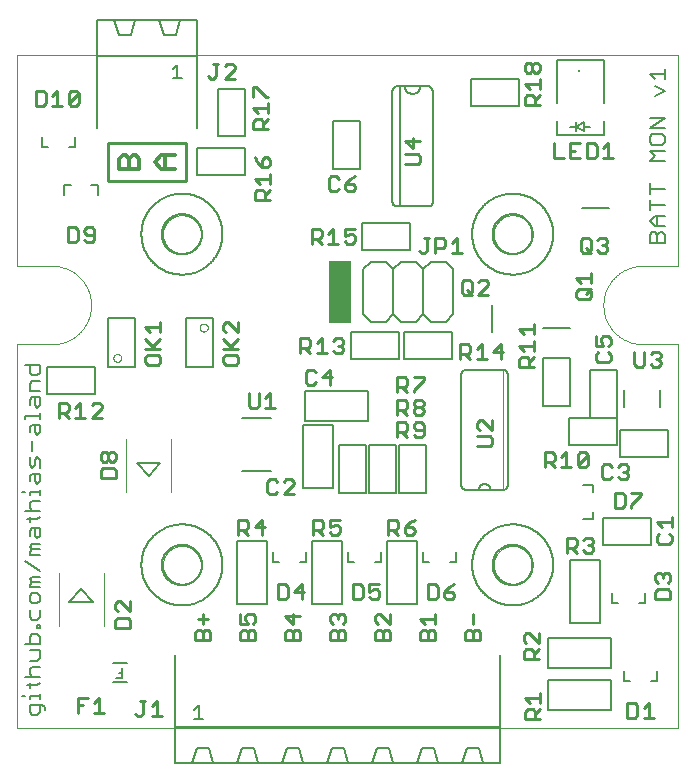
<source format=gto>
G75*
%MOIN*%
%OFA0B0*%
%FSLAX25Y25*%
%IPPOS*%
%LPD*%
%AMOC8*
5,1,8,0,0,1.08239X$1,22.5*
%
%ADD10C,0.00000*%
%ADD11C,0.00900*%
%ADD12C,0.00591*%
%ADD13C,0.01200*%
%ADD14C,0.01000*%
%ADD15R,0.07500X0.21000*%
%ADD16C,0.00800*%
%ADD17C,0.00600*%
%ADD18C,0.00200*%
%ADD19C,0.00400*%
%ADD20C,0.00500*%
%ADD21C,0.00787*%
%ADD22R,0.00787X0.00787*%
D10*
X0022602Y0025558D02*
X0022602Y0153589D01*
X0034413Y0153589D01*
X0034731Y0153593D01*
X0035048Y0153604D01*
X0035366Y0153624D01*
X0035682Y0153651D01*
X0035998Y0153686D01*
X0036313Y0153728D01*
X0036627Y0153778D01*
X0036940Y0153836D01*
X0037251Y0153901D01*
X0037560Y0153974D01*
X0037868Y0154055D01*
X0038173Y0154142D01*
X0038476Y0154238D01*
X0038777Y0154340D01*
X0039075Y0154450D01*
X0039371Y0154567D01*
X0039663Y0154692D01*
X0039953Y0154823D01*
X0040239Y0154961D01*
X0040521Y0155107D01*
X0040800Y0155259D01*
X0041076Y0155418D01*
X0041347Y0155583D01*
X0041614Y0155755D01*
X0041877Y0155934D01*
X0042136Y0156119D01*
X0042389Y0156310D01*
X0042639Y0156507D01*
X0042883Y0156711D01*
X0043122Y0156920D01*
X0043356Y0157135D01*
X0043585Y0157356D01*
X0043808Y0157582D01*
X0044026Y0157813D01*
X0044238Y0158050D01*
X0044445Y0158292D01*
X0044645Y0158538D01*
X0044839Y0158790D01*
X0045027Y0159046D01*
X0045209Y0159307D01*
X0045384Y0159572D01*
X0045553Y0159841D01*
X0045715Y0160115D01*
X0045871Y0160392D01*
X0046020Y0160673D01*
X0046162Y0160957D01*
X0046297Y0161245D01*
X0046424Y0161536D01*
X0046545Y0161830D01*
X0046659Y0162127D01*
X0046765Y0162426D01*
X0046864Y0162728D01*
X0046956Y0163032D01*
X0047040Y0163339D01*
X0047116Y0163647D01*
X0047185Y0163958D01*
X0047247Y0164269D01*
X0047301Y0164583D01*
X0047347Y0164897D01*
X0047386Y0165213D01*
X0047417Y0165529D01*
X0047440Y0165846D01*
X0047455Y0166163D01*
X0047463Y0166481D01*
X0047463Y0166799D01*
X0047455Y0167117D01*
X0047440Y0167434D01*
X0047417Y0167751D01*
X0047386Y0168067D01*
X0047347Y0168383D01*
X0047301Y0168697D01*
X0047247Y0169011D01*
X0047185Y0169322D01*
X0047116Y0169633D01*
X0047040Y0169941D01*
X0046956Y0170248D01*
X0046864Y0170552D01*
X0046765Y0170854D01*
X0046659Y0171153D01*
X0046545Y0171450D01*
X0046424Y0171744D01*
X0046297Y0172035D01*
X0046162Y0172323D01*
X0046020Y0172607D01*
X0045871Y0172888D01*
X0045715Y0173166D01*
X0045553Y0173439D01*
X0045384Y0173708D01*
X0045209Y0173973D01*
X0045027Y0174234D01*
X0044839Y0174490D01*
X0044645Y0174742D01*
X0044445Y0174988D01*
X0044238Y0175230D01*
X0044026Y0175467D01*
X0043808Y0175698D01*
X0043585Y0175924D01*
X0043356Y0176145D01*
X0043122Y0176360D01*
X0042883Y0176569D01*
X0042639Y0176773D01*
X0042389Y0176970D01*
X0042136Y0177161D01*
X0041877Y0177346D01*
X0041614Y0177525D01*
X0041347Y0177697D01*
X0041076Y0177862D01*
X0040800Y0178021D01*
X0040521Y0178173D01*
X0040239Y0178319D01*
X0039953Y0178457D01*
X0039663Y0178588D01*
X0039371Y0178713D01*
X0039075Y0178830D01*
X0038777Y0178940D01*
X0038476Y0179042D01*
X0038173Y0179138D01*
X0037868Y0179225D01*
X0037560Y0179306D01*
X0037251Y0179379D01*
X0036940Y0179444D01*
X0036627Y0179502D01*
X0036313Y0179552D01*
X0035998Y0179594D01*
X0035682Y0179629D01*
X0035366Y0179656D01*
X0035048Y0179676D01*
X0034731Y0179687D01*
X0034413Y0179691D01*
X0034413Y0179692D02*
X0022602Y0179692D01*
X0022602Y0249967D01*
X0243075Y0249967D01*
X0243075Y0179692D01*
X0231263Y0179692D01*
X0231263Y0179691D02*
X0230945Y0179687D01*
X0230628Y0179676D01*
X0230310Y0179656D01*
X0229994Y0179629D01*
X0229678Y0179594D01*
X0229363Y0179552D01*
X0229049Y0179502D01*
X0228736Y0179444D01*
X0228425Y0179379D01*
X0228116Y0179306D01*
X0227808Y0179225D01*
X0227503Y0179138D01*
X0227200Y0179042D01*
X0226899Y0178940D01*
X0226601Y0178830D01*
X0226305Y0178713D01*
X0226013Y0178588D01*
X0225723Y0178457D01*
X0225437Y0178319D01*
X0225155Y0178173D01*
X0224876Y0178021D01*
X0224600Y0177862D01*
X0224329Y0177697D01*
X0224062Y0177525D01*
X0223799Y0177346D01*
X0223540Y0177161D01*
X0223287Y0176970D01*
X0223037Y0176773D01*
X0222793Y0176569D01*
X0222554Y0176360D01*
X0222320Y0176145D01*
X0222091Y0175924D01*
X0221868Y0175698D01*
X0221650Y0175467D01*
X0221438Y0175230D01*
X0221231Y0174988D01*
X0221031Y0174742D01*
X0220837Y0174490D01*
X0220649Y0174234D01*
X0220467Y0173973D01*
X0220292Y0173708D01*
X0220123Y0173439D01*
X0219961Y0173166D01*
X0219805Y0172888D01*
X0219656Y0172607D01*
X0219514Y0172323D01*
X0219379Y0172035D01*
X0219252Y0171744D01*
X0219131Y0171450D01*
X0219017Y0171153D01*
X0218911Y0170854D01*
X0218812Y0170552D01*
X0218720Y0170248D01*
X0218636Y0169941D01*
X0218560Y0169633D01*
X0218491Y0169322D01*
X0218429Y0169011D01*
X0218375Y0168697D01*
X0218329Y0168383D01*
X0218290Y0168067D01*
X0218259Y0167751D01*
X0218236Y0167434D01*
X0218221Y0167117D01*
X0218213Y0166799D01*
X0218213Y0166481D01*
X0218221Y0166163D01*
X0218236Y0165846D01*
X0218259Y0165529D01*
X0218290Y0165213D01*
X0218329Y0164897D01*
X0218375Y0164583D01*
X0218429Y0164269D01*
X0218491Y0163958D01*
X0218560Y0163647D01*
X0218636Y0163339D01*
X0218720Y0163032D01*
X0218812Y0162728D01*
X0218911Y0162426D01*
X0219017Y0162127D01*
X0219131Y0161830D01*
X0219252Y0161536D01*
X0219379Y0161245D01*
X0219514Y0160957D01*
X0219656Y0160673D01*
X0219805Y0160392D01*
X0219961Y0160114D01*
X0220123Y0159841D01*
X0220292Y0159572D01*
X0220467Y0159307D01*
X0220649Y0159046D01*
X0220837Y0158790D01*
X0221031Y0158538D01*
X0221231Y0158292D01*
X0221438Y0158050D01*
X0221650Y0157813D01*
X0221868Y0157582D01*
X0222091Y0157356D01*
X0222320Y0157135D01*
X0222554Y0156920D01*
X0222793Y0156711D01*
X0223037Y0156507D01*
X0223287Y0156310D01*
X0223540Y0156119D01*
X0223799Y0155934D01*
X0224062Y0155755D01*
X0224329Y0155583D01*
X0224600Y0155418D01*
X0224876Y0155259D01*
X0225155Y0155107D01*
X0225437Y0154961D01*
X0225723Y0154823D01*
X0226013Y0154692D01*
X0226305Y0154567D01*
X0226601Y0154450D01*
X0226899Y0154340D01*
X0227200Y0154238D01*
X0227503Y0154142D01*
X0227808Y0154055D01*
X0228116Y0153974D01*
X0228425Y0153901D01*
X0228736Y0153836D01*
X0229049Y0153778D01*
X0229363Y0153728D01*
X0229678Y0153686D01*
X0229994Y0153651D01*
X0230310Y0153624D01*
X0230628Y0153604D01*
X0230945Y0153593D01*
X0231263Y0153589D01*
X0243075Y0153589D01*
X0243075Y0025558D01*
X0022602Y0025558D01*
X0071421Y0080046D02*
X0071423Y0080204D01*
X0071429Y0080362D01*
X0071439Y0080520D01*
X0071453Y0080678D01*
X0071471Y0080835D01*
X0071492Y0080992D01*
X0071518Y0081148D01*
X0071548Y0081304D01*
X0071581Y0081459D01*
X0071619Y0081612D01*
X0071660Y0081765D01*
X0071705Y0081917D01*
X0071754Y0082068D01*
X0071807Y0082217D01*
X0071863Y0082365D01*
X0071923Y0082511D01*
X0071987Y0082656D01*
X0072055Y0082799D01*
X0072126Y0082941D01*
X0072200Y0083081D01*
X0072278Y0083218D01*
X0072360Y0083354D01*
X0072444Y0083488D01*
X0072533Y0083619D01*
X0072624Y0083748D01*
X0072719Y0083875D01*
X0072816Y0084000D01*
X0072917Y0084122D01*
X0073021Y0084241D01*
X0073128Y0084358D01*
X0073238Y0084472D01*
X0073351Y0084583D01*
X0073466Y0084692D01*
X0073584Y0084797D01*
X0073705Y0084899D01*
X0073828Y0084999D01*
X0073954Y0085095D01*
X0074082Y0085188D01*
X0074212Y0085278D01*
X0074345Y0085364D01*
X0074480Y0085448D01*
X0074616Y0085527D01*
X0074755Y0085604D01*
X0074896Y0085676D01*
X0075038Y0085746D01*
X0075182Y0085811D01*
X0075328Y0085873D01*
X0075475Y0085931D01*
X0075624Y0085986D01*
X0075774Y0086037D01*
X0075925Y0086084D01*
X0076077Y0086127D01*
X0076230Y0086166D01*
X0076385Y0086202D01*
X0076540Y0086233D01*
X0076696Y0086261D01*
X0076852Y0086285D01*
X0077009Y0086305D01*
X0077167Y0086321D01*
X0077324Y0086333D01*
X0077483Y0086341D01*
X0077641Y0086345D01*
X0077799Y0086345D01*
X0077957Y0086341D01*
X0078116Y0086333D01*
X0078273Y0086321D01*
X0078431Y0086305D01*
X0078588Y0086285D01*
X0078744Y0086261D01*
X0078900Y0086233D01*
X0079055Y0086202D01*
X0079210Y0086166D01*
X0079363Y0086127D01*
X0079515Y0086084D01*
X0079666Y0086037D01*
X0079816Y0085986D01*
X0079965Y0085931D01*
X0080112Y0085873D01*
X0080258Y0085811D01*
X0080402Y0085746D01*
X0080544Y0085676D01*
X0080685Y0085604D01*
X0080824Y0085527D01*
X0080960Y0085448D01*
X0081095Y0085364D01*
X0081228Y0085278D01*
X0081358Y0085188D01*
X0081486Y0085095D01*
X0081612Y0084999D01*
X0081735Y0084899D01*
X0081856Y0084797D01*
X0081974Y0084692D01*
X0082089Y0084583D01*
X0082202Y0084472D01*
X0082312Y0084358D01*
X0082419Y0084241D01*
X0082523Y0084122D01*
X0082624Y0084000D01*
X0082721Y0083875D01*
X0082816Y0083748D01*
X0082907Y0083619D01*
X0082996Y0083488D01*
X0083080Y0083354D01*
X0083162Y0083218D01*
X0083240Y0083081D01*
X0083314Y0082941D01*
X0083385Y0082799D01*
X0083453Y0082656D01*
X0083517Y0082511D01*
X0083577Y0082365D01*
X0083633Y0082217D01*
X0083686Y0082068D01*
X0083735Y0081917D01*
X0083780Y0081765D01*
X0083821Y0081612D01*
X0083859Y0081459D01*
X0083892Y0081304D01*
X0083922Y0081148D01*
X0083948Y0080992D01*
X0083969Y0080835D01*
X0083987Y0080678D01*
X0084001Y0080520D01*
X0084011Y0080362D01*
X0084017Y0080204D01*
X0084019Y0080046D01*
X0084017Y0079888D01*
X0084011Y0079730D01*
X0084001Y0079572D01*
X0083987Y0079414D01*
X0083969Y0079257D01*
X0083948Y0079100D01*
X0083922Y0078944D01*
X0083892Y0078788D01*
X0083859Y0078633D01*
X0083821Y0078480D01*
X0083780Y0078327D01*
X0083735Y0078175D01*
X0083686Y0078024D01*
X0083633Y0077875D01*
X0083577Y0077727D01*
X0083517Y0077581D01*
X0083453Y0077436D01*
X0083385Y0077293D01*
X0083314Y0077151D01*
X0083240Y0077011D01*
X0083162Y0076874D01*
X0083080Y0076738D01*
X0082996Y0076604D01*
X0082907Y0076473D01*
X0082816Y0076344D01*
X0082721Y0076217D01*
X0082624Y0076092D01*
X0082523Y0075970D01*
X0082419Y0075851D01*
X0082312Y0075734D01*
X0082202Y0075620D01*
X0082089Y0075509D01*
X0081974Y0075400D01*
X0081856Y0075295D01*
X0081735Y0075193D01*
X0081612Y0075093D01*
X0081486Y0074997D01*
X0081358Y0074904D01*
X0081228Y0074814D01*
X0081095Y0074728D01*
X0080960Y0074644D01*
X0080824Y0074565D01*
X0080685Y0074488D01*
X0080544Y0074416D01*
X0080402Y0074346D01*
X0080258Y0074281D01*
X0080112Y0074219D01*
X0079965Y0074161D01*
X0079816Y0074106D01*
X0079666Y0074055D01*
X0079515Y0074008D01*
X0079363Y0073965D01*
X0079210Y0073926D01*
X0079055Y0073890D01*
X0078900Y0073859D01*
X0078744Y0073831D01*
X0078588Y0073807D01*
X0078431Y0073787D01*
X0078273Y0073771D01*
X0078116Y0073759D01*
X0077957Y0073751D01*
X0077799Y0073747D01*
X0077641Y0073747D01*
X0077483Y0073751D01*
X0077324Y0073759D01*
X0077167Y0073771D01*
X0077009Y0073787D01*
X0076852Y0073807D01*
X0076696Y0073831D01*
X0076540Y0073859D01*
X0076385Y0073890D01*
X0076230Y0073926D01*
X0076077Y0073965D01*
X0075925Y0074008D01*
X0075774Y0074055D01*
X0075624Y0074106D01*
X0075475Y0074161D01*
X0075328Y0074219D01*
X0075182Y0074281D01*
X0075038Y0074346D01*
X0074896Y0074416D01*
X0074755Y0074488D01*
X0074616Y0074565D01*
X0074480Y0074644D01*
X0074345Y0074728D01*
X0074212Y0074814D01*
X0074082Y0074904D01*
X0073954Y0074997D01*
X0073828Y0075093D01*
X0073705Y0075193D01*
X0073584Y0075295D01*
X0073466Y0075400D01*
X0073351Y0075509D01*
X0073238Y0075620D01*
X0073128Y0075734D01*
X0073021Y0075851D01*
X0072917Y0075970D01*
X0072816Y0076092D01*
X0072719Y0076217D01*
X0072624Y0076344D01*
X0072533Y0076473D01*
X0072444Y0076604D01*
X0072360Y0076738D01*
X0072278Y0076874D01*
X0072200Y0077011D01*
X0072126Y0077151D01*
X0072055Y0077293D01*
X0071987Y0077436D01*
X0071923Y0077581D01*
X0071863Y0077727D01*
X0071807Y0077875D01*
X0071754Y0078024D01*
X0071705Y0078175D01*
X0071660Y0078327D01*
X0071619Y0078480D01*
X0071581Y0078633D01*
X0071548Y0078788D01*
X0071518Y0078944D01*
X0071492Y0079100D01*
X0071471Y0079257D01*
X0071453Y0079414D01*
X0071439Y0079572D01*
X0071429Y0079730D01*
X0071423Y0079888D01*
X0071421Y0080046D01*
X0071421Y0190282D02*
X0071423Y0190440D01*
X0071429Y0190598D01*
X0071439Y0190756D01*
X0071453Y0190914D01*
X0071471Y0191071D01*
X0071492Y0191228D01*
X0071518Y0191384D01*
X0071548Y0191540D01*
X0071581Y0191695D01*
X0071619Y0191848D01*
X0071660Y0192001D01*
X0071705Y0192153D01*
X0071754Y0192304D01*
X0071807Y0192453D01*
X0071863Y0192601D01*
X0071923Y0192747D01*
X0071987Y0192892D01*
X0072055Y0193035D01*
X0072126Y0193177D01*
X0072200Y0193317D01*
X0072278Y0193454D01*
X0072360Y0193590D01*
X0072444Y0193724D01*
X0072533Y0193855D01*
X0072624Y0193984D01*
X0072719Y0194111D01*
X0072816Y0194236D01*
X0072917Y0194358D01*
X0073021Y0194477D01*
X0073128Y0194594D01*
X0073238Y0194708D01*
X0073351Y0194819D01*
X0073466Y0194928D01*
X0073584Y0195033D01*
X0073705Y0195135D01*
X0073828Y0195235D01*
X0073954Y0195331D01*
X0074082Y0195424D01*
X0074212Y0195514D01*
X0074345Y0195600D01*
X0074480Y0195684D01*
X0074616Y0195763D01*
X0074755Y0195840D01*
X0074896Y0195912D01*
X0075038Y0195982D01*
X0075182Y0196047D01*
X0075328Y0196109D01*
X0075475Y0196167D01*
X0075624Y0196222D01*
X0075774Y0196273D01*
X0075925Y0196320D01*
X0076077Y0196363D01*
X0076230Y0196402D01*
X0076385Y0196438D01*
X0076540Y0196469D01*
X0076696Y0196497D01*
X0076852Y0196521D01*
X0077009Y0196541D01*
X0077167Y0196557D01*
X0077324Y0196569D01*
X0077483Y0196577D01*
X0077641Y0196581D01*
X0077799Y0196581D01*
X0077957Y0196577D01*
X0078116Y0196569D01*
X0078273Y0196557D01*
X0078431Y0196541D01*
X0078588Y0196521D01*
X0078744Y0196497D01*
X0078900Y0196469D01*
X0079055Y0196438D01*
X0079210Y0196402D01*
X0079363Y0196363D01*
X0079515Y0196320D01*
X0079666Y0196273D01*
X0079816Y0196222D01*
X0079965Y0196167D01*
X0080112Y0196109D01*
X0080258Y0196047D01*
X0080402Y0195982D01*
X0080544Y0195912D01*
X0080685Y0195840D01*
X0080824Y0195763D01*
X0080960Y0195684D01*
X0081095Y0195600D01*
X0081228Y0195514D01*
X0081358Y0195424D01*
X0081486Y0195331D01*
X0081612Y0195235D01*
X0081735Y0195135D01*
X0081856Y0195033D01*
X0081974Y0194928D01*
X0082089Y0194819D01*
X0082202Y0194708D01*
X0082312Y0194594D01*
X0082419Y0194477D01*
X0082523Y0194358D01*
X0082624Y0194236D01*
X0082721Y0194111D01*
X0082816Y0193984D01*
X0082907Y0193855D01*
X0082996Y0193724D01*
X0083080Y0193590D01*
X0083162Y0193454D01*
X0083240Y0193317D01*
X0083314Y0193177D01*
X0083385Y0193035D01*
X0083453Y0192892D01*
X0083517Y0192747D01*
X0083577Y0192601D01*
X0083633Y0192453D01*
X0083686Y0192304D01*
X0083735Y0192153D01*
X0083780Y0192001D01*
X0083821Y0191848D01*
X0083859Y0191695D01*
X0083892Y0191540D01*
X0083922Y0191384D01*
X0083948Y0191228D01*
X0083969Y0191071D01*
X0083987Y0190914D01*
X0084001Y0190756D01*
X0084011Y0190598D01*
X0084017Y0190440D01*
X0084019Y0190282D01*
X0084017Y0190124D01*
X0084011Y0189966D01*
X0084001Y0189808D01*
X0083987Y0189650D01*
X0083969Y0189493D01*
X0083948Y0189336D01*
X0083922Y0189180D01*
X0083892Y0189024D01*
X0083859Y0188869D01*
X0083821Y0188716D01*
X0083780Y0188563D01*
X0083735Y0188411D01*
X0083686Y0188260D01*
X0083633Y0188111D01*
X0083577Y0187963D01*
X0083517Y0187817D01*
X0083453Y0187672D01*
X0083385Y0187529D01*
X0083314Y0187387D01*
X0083240Y0187247D01*
X0083162Y0187110D01*
X0083080Y0186974D01*
X0082996Y0186840D01*
X0082907Y0186709D01*
X0082816Y0186580D01*
X0082721Y0186453D01*
X0082624Y0186328D01*
X0082523Y0186206D01*
X0082419Y0186087D01*
X0082312Y0185970D01*
X0082202Y0185856D01*
X0082089Y0185745D01*
X0081974Y0185636D01*
X0081856Y0185531D01*
X0081735Y0185429D01*
X0081612Y0185329D01*
X0081486Y0185233D01*
X0081358Y0185140D01*
X0081228Y0185050D01*
X0081095Y0184964D01*
X0080960Y0184880D01*
X0080824Y0184801D01*
X0080685Y0184724D01*
X0080544Y0184652D01*
X0080402Y0184582D01*
X0080258Y0184517D01*
X0080112Y0184455D01*
X0079965Y0184397D01*
X0079816Y0184342D01*
X0079666Y0184291D01*
X0079515Y0184244D01*
X0079363Y0184201D01*
X0079210Y0184162D01*
X0079055Y0184126D01*
X0078900Y0184095D01*
X0078744Y0184067D01*
X0078588Y0184043D01*
X0078431Y0184023D01*
X0078273Y0184007D01*
X0078116Y0183995D01*
X0077957Y0183987D01*
X0077799Y0183983D01*
X0077641Y0183983D01*
X0077483Y0183987D01*
X0077324Y0183995D01*
X0077167Y0184007D01*
X0077009Y0184023D01*
X0076852Y0184043D01*
X0076696Y0184067D01*
X0076540Y0184095D01*
X0076385Y0184126D01*
X0076230Y0184162D01*
X0076077Y0184201D01*
X0075925Y0184244D01*
X0075774Y0184291D01*
X0075624Y0184342D01*
X0075475Y0184397D01*
X0075328Y0184455D01*
X0075182Y0184517D01*
X0075038Y0184582D01*
X0074896Y0184652D01*
X0074755Y0184724D01*
X0074616Y0184801D01*
X0074480Y0184880D01*
X0074345Y0184964D01*
X0074212Y0185050D01*
X0074082Y0185140D01*
X0073954Y0185233D01*
X0073828Y0185329D01*
X0073705Y0185429D01*
X0073584Y0185531D01*
X0073466Y0185636D01*
X0073351Y0185745D01*
X0073238Y0185856D01*
X0073128Y0185970D01*
X0073021Y0186087D01*
X0072917Y0186206D01*
X0072816Y0186328D01*
X0072719Y0186453D01*
X0072624Y0186580D01*
X0072533Y0186709D01*
X0072444Y0186840D01*
X0072360Y0186974D01*
X0072278Y0187110D01*
X0072200Y0187247D01*
X0072126Y0187387D01*
X0072055Y0187529D01*
X0071987Y0187672D01*
X0071923Y0187817D01*
X0071863Y0187963D01*
X0071807Y0188111D01*
X0071754Y0188260D01*
X0071705Y0188411D01*
X0071660Y0188563D01*
X0071619Y0188716D01*
X0071581Y0188869D01*
X0071548Y0189024D01*
X0071518Y0189180D01*
X0071492Y0189336D01*
X0071471Y0189493D01*
X0071453Y0189650D01*
X0071439Y0189808D01*
X0071429Y0189966D01*
X0071423Y0190124D01*
X0071421Y0190282D01*
X0181657Y0190282D02*
X0181659Y0190440D01*
X0181665Y0190598D01*
X0181675Y0190756D01*
X0181689Y0190914D01*
X0181707Y0191071D01*
X0181728Y0191228D01*
X0181754Y0191384D01*
X0181784Y0191540D01*
X0181817Y0191695D01*
X0181855Y0191848D01*
X0181896Y0192001D01*
X0181941Y0192153D01*
X0181990Y0192304D01*
X0182043Y0192453D01*
X0182099Y0192601D01*
X0182159Y0192747D01*
X0182223Y0192892D01*
X0182291Y0193035D01*
X0182362Y0193177D01*
X0182436Y0193317D01*
X0182514Y0193454D01*
X0182596Y0193590D01*
X0182680Y0193724D01*
X0182769Y0193855D01*
X0182860Y0193984D01*
X0182955Y0194111D01*
X0183052Y0194236D01*
X0183153Y0194358D01*
X0183257Y0194477D01*
X0183364Y0194594D01*
X0183474Y0194708D01*
X0183587Y0194819D01*
X0183702Y0194928D01*
X0183820Y0195033D01*
X0183941Y0195135D01*
X0184064Y0195235D01*
X0184190Y0195331D01*
X0184318Y0195424D01*
X0184448Y0195514D01*
X0184581Y0195600D01*
X0184716Y0195684D01*
X0184852Y0195763D01*
X0184991Y0195840D01*
X0185132Y0195912D01*
X0185274Y0195982D01*
X0185418Y0196047D01*
X0185564Y0196109D01*
X0185711Y0196167D01*
X0185860Y0196222D01*
X0186010Y0196273D01*
X0186161Y0196320D01*
X0186313Y0196363D01*
X0186466Y0196402D01*
X0186621Y0196438D01*
X0186776Y0196469D01*
X0186932Y0196497D01*
X0187088Y0196521D01*
X0187245Y0196541D01*
X0187403Y0196557D01*
X0187560Y0196569D01*
X0187719Y0196577D01*
X0187877Y0196581D01*
X0188035Y0196581D01*
X0188193Y0196577D01*
X0188352Y0196569D01*
X0188509Y0196557D01*
X0188667Y0196541D01*
X0188824Y0196521D01*
X0188980Y0196497D01*
X0189136Y0196469D01*
X0189291Y0196438D01*
X0189446Y0196402D01*
X0189599Y0196363D01*
X0189751Y0196320D01*
X0189902Y0196273D01*
X0190052Y0196222D01*
X0190201Y0196167D01*
X0190348Y0196109D01*
X0190494Y0196047D01*
X0190638Y0195982D01*
X0190780Y0195912D01*
X0190921Y0195840D01*
X0191060Y0195763D01*
X0191196Y0195684D01*
X0191331Y0195600D01*
X0191464Y0195514D01*
X0191594Y0195424D01*
X0191722Y0195331D01*
X0191848Y0195235D01*
X0191971Y0195135D01*
X0192092Y0195033D01*
X0192210Y0194928D01*
X0192325Y0194819D01*
X0192438Y0194708D01*
X0192548Y0194594D01*
X0192655Y0194477D01*
X0192759Y0194358D01*
X0192860Y0194236D01*
X0192957Y0194111D01*
X0193052Y0193984D01*
X0193143Y0193855D01*
X0193232Y0193724D01*
X0193316Y0193590D01*
X0193398Y0193454D01*
X0193476Y0193317D01*
X0193550Y0193177D01*
X0193621Y0193035D01*
X0193689Y0192892D01*
X0193753Y0192747D01*
X0193813Y0192601D01*
X0193869Y0192453D01*
X0193922Y0192304D01*
X0193971Y0192153D01*
X0194016Y0192001D01*
X0194057Y0191848D01*
X0194095Y0191695D01*
X0194128Y0191540D01*
X0194158Y0191384D01*
X0194184Y0191228D01*
X0194205Y0191071D01*
X0194223Y0190914D01*
X0194237Y0190756D01*
X0194247Y0190598D01*
X0194253Y0190440D01*
X0194255Y0190282D01*
X0194253Y0190124D01*
X0194247Y0189966D01*
X0194237Y0189808D01*
X0194223Y0189650D01*
X0194205Y0189493D01*
X0194184Y0189336D01*
X0194158Y0189180D01*
X0194128Y0189024D01*
X0194095Y0188869D01*
X0194057Y0188716D01*
X0194016Y0188563D01*
X0193971Y0188411D01*
X0193922Y0188260D01*
X0193869Y0188111D01*
X0193813Y0187963D01*
X0193753Y0187817D01*
X0193689Y0187672D01*
X0193621Y0187529D01*
X0193550Y0187387D01*
X0193476Y0187247D01*
X0193398Y0187110D01*
X0193316Y0186974D01*
X0193232Y0186840D01*
X0193143Y0186709D01*
X0193052Y0186580D01*
X0192957Y0186453D01*
X0192860Y0186328D01*
X0192759Y0186206D01*
X0192655Y0186087D01*
X0192548Y0185970D01*
X0192438Y0185856D01*
X0192325Y0185745D01*
X0192210Y0185636D01*
X0192092Y0185531D01*
X0191971Y0185429D01*
X0191848Y0185329D01*
X0191722Y0185233D01*
X0191594Y0185140D01*
X0191464Y0185050D01*
X0191331Y0184964D01*
X0191196Y0184880D01*
X0191060Y0184801D01*
X0190921Y0184724D01*
X0190780Y0184652D01*
X0190638Y0184582D01*
X0190494Y0184517D01*
X0190348Y0184455D01*
X0190201Y0184397D01*
X0190052Y0184342D01*
X0189902Y0184291D01*
X0189751Y0184244D01*
X0189599Y0184201D01*
X0189446Y0184162D01*
X0189291Y0184126D01*
X0189136Y0184095D01*
X0188980Y0184067D01*
X0188824Y0184043D01*
X0188667Y0184023D01*
X0188509Y0184007D01*
X0188352Y0183995D01*
X0188193Y0183987D01*
X0188035Y0183983D01*
X0187877Y0183983D01*
X0187719Y0183987D01*
X0187560Y0183995D01*
X0187403Y0184007D01*
X0187245Y0184023D01*
X0187088Y0184043D01*
X0186932Y0184067D01*
X0186776Y0184095D01*
X0186621Y0184126D01*
X0186466Y0184162D01*
X0186313Y0184201D01*
X0186161Y0184244D01*
X0186010Y0184291D01*
X0185860Y0184342D01*
X0185711Y0184397D01*
X0185564Y0184455D01*
X0185418Y0184517D01*
X0185274Y0184582D01*
X0185132Y0184652D01*
X0184991Y0184724D01*
X0184852Y0184801D01*
X0184716Y0184880D01*
X0184581Y0184964D01*
X0184448Y0185050D01*
X0184318Y0185140D01*
X0184190Y0185233D01*
X0184064Y0185329D01*
X0183941Y0185429D01*
X0183820Y0185531D01*
X0183702Y0185636D01*
X0183587Y0185745D01*
X0183474Y0185856D01*
X0183364Y0185970D01*
X0183257Y0186087D01*
X0183153Y0186206D01*
X0183052Y0186328D01*
X0182955Y0186453D01*
X0182860Y0186580D01*
X0182769Y0186709D01*
X0182680Y0186840D01*
X0182596Y0186974D01*
X0182514Y0187110D01*
X0182436Y0187247D01*
X0182362Y0187387D01*
X0182291Y0187529D01*
X0182223Y0187672D01*
X0182159Y0187817D01*
X0182099Y0187963D01*
X0182043Y0188111D01*
X0181990Y0188260D01*
X0181941Y0188411D01*
X0181896Y0188563D01*
X0181855Y0188716D01*
X0181817Y0188869D01*
X0181784Y0189024D01*
X0181754Y0189180D01*
X0181728Y0189336D01*
X0181707Y0189493D01*
X0181689Y0189650D01*
X0181675Y0189808D01*
X0181665Y0189966D01*
X0181659Y0190124D01*
X0181657Y0190282D01*
X0181657Y0080046D02*
X0181659Y0080204D01*
X0181665Y0080362D01*
X0181675Y0080520D01*
X0181689Y0080678D01*
X0181707Y0080835D01*
X0181728Y0080992D01*
X0181754Y0081148D01*
X0181784Y0081304D01*
X0181817Y0081459D01*
X0181855Y0081612D01*
X0181896Y0081765D01*
X0181941Y0081917D01*
X0181990Y0082068D01*
X0182043Y0082217D01*
X0182099Y0082365D01*
X0182159Y0082511D01*
X0182223Y0082656D01*
X0182291Y0082799D01*
X0182362Y0082941D01*
X0182436Y0083081D01*
X0182514Y0083218D01*
X0182596Y0083354D01*
X0182680Y0083488D01*
X0182769Y0083619D01*
X0182860Y0083748D01*
X0182955Y0083875D01*
X0183052Y0084000D01*
X0183153Y0084122D01*
X0183257Y0084241D01*
X0183364Y0084358D01*
X0183474Y0084472D01*
X0183587Y0084583D01*
X0183702Y0084692D01*
X0183820Y0084797D01*
X0183941Y0084899D01*
X0184064Y0084999D01*
X0184190Y0085095D01*
X0184318Y0085188D01*
X0184448Y0085278D01*
X0184581Y0085364D01*
X0184716Y0085448D01*
X0184852Y0085527D01*
X0184991Y0085604D01*
X0185132Y0085676D01*
X0185274Y0085746D01*
X0185418Y0085811D01*
X0185564Y0085873D01*
X0185711Y0085931D01*
X0185860Y0085986D01*
X0186010Y0086037D01*
X0186161Y0086084D01*
X0186313Y0086127D01*
X0186466Y0086166D01*
X0186621Y0086202D01*
X0186776Y0086233D01*
X0186932Y0086261D01*
X0187088Y0086285D01*
X0187245Y0086305D01*
X0187403Y0086321D01*
X0187560Y0086333D01*
X0187719Y0086341D01*
X0187877Y0086345D01*
X0188035Y0086345D01*
X0188193Y0086341D01*
X0188352Y0086333D01*
X0188509Y0086321D01*
X0188667Y0086305D01*
X0188824Y0086285D01*
X0188980Y0086261D01*
X0189136Y0086233D01*
X0189291Y0086202D01*
X0189446Y0086166D01*
X0189599Y0086127D01*
X0189751Y0086084D01*
X0189902Y0086037D01*
X0190052Y0085986D01*
X0190201Y0085931D01*
X0190348Y0085873D01*
X0190494Y0085811D01*
X0190638Y0085746D01*
X0190780Y0085676D01*
X0190921Y0085604D01*
X0191060Y0085527D01*
X0191196Y0085448D01*
X0191331Y0085364D01*
X0191464Y0085278D01*
X0191594Y0085188D01*
X0191722Y0085095D01*
X0191848Y0084999D01*
X0191971Y0084899D01*
X0192092Y0084797D01*
X0192210Y0084692D01*
X0192325Y0084583D01*
X0192438Y0084472D01*
X0192548Y0084358D01*
X0192655Y0084241D01*
X0192759Y0084122D01*
X0192860Y0084000D01*
X0192957Y0083875D01*
X0193052Y0083748D01*
X0193143Y0083619D01*
X0193232Y0083488D01*
X0193316Y0083354D01*
X0193398Y0083218D01*
X0193476Y0083081D01*
X0193550Y0082941D01*
X0193621Y0082799D01*
X0193689Y0082656D01*
X0193753Y0082511D01*
X0193813Y0082365D01*
X0193869Y0082217D01*
X0193922Y0082068D01*
X0193971Y0081917D01*
X0194016Y0081765D01*
X0194057Y0081612D01*
X0194095Y0081459D01*
X0194128Y0081304D01*
X0194158Y0081148D01*
X0194184Y0080992D01*
X0194205Y0080835D01*
X0194223Y0080678D01*
X0194237Y0080520D01*
X0194247Y0080362D01*
X0194253Y0080204D01*
X0194255Y0080046D01*
X0194253Y0079888D01*
X0194247Y0079730D01*
X0194237Y0079572D01*
X0194223Y0079414D01*
X0194205Y0079257D01*
X0194184Y0079100D01*
X0194158Y0078944D01*
X0194128Y0078788D01*
X0194095Y0078633D01*
X0194057Y0078480D01*
X0194016Y0078327D01*
X0193971Y0078175D01*
X0193922Y0078024D01*
X0193869Y0077875D01*
X0193813Y0077727D01*
X0193753Y0077581D01*
X0193689Y0077436D01*
X0193621Y0077293D01*
X0193550Y0077151D01*
X0193476Y0077011D01*
X0193398Y0076874D01*
X0193316Y0076738D01*
X0193232Y0076604D01*
X0193143Y0076473D01*
X0193052Y0076344D01*
X0192957Y0076217D01*
X0192860Y0076092D01*
X0192759Y0075970D01*
X0192655Y0075851D01*
X0192548Y0075734D01*
X0192438Y0075620D01*
X0192325Y0075509D01*
X0192210Y0075400D01*
X0192092Y0075295D01*
X0191971Y0075193D01*
X0191848Y0075093D01*
X0191722Y0074997D01*
X0191594Y0074904D01*
X0191464Y0074814D01*
X0191331Y0074728D01*
X0191196Y0074644D01*
X0191060Y0074565D01*
X0190921Y0074488D01*
X0190780Y0074416D01*
X0190638Y0074346D01*
X0190494Y0074281D01*
X0190348Y0074219D01*
X0190201Y0074161D01*
X0190052Y0074106D01*
X0189902Y0074055D01*
X0189751Y0074008D01*
X0189599Y0073965D01*
X0189446Y0073926D01*
X0189291Y0073890D01*
X0189136Y0073859D01*
X0188980Y0073831D01*
X0188824Y0073807D01*
X0188667Y0073787D01*
X0188509Y0073771D01*
X0188352Y0073759D01*
X0188193Y0073751D01*
X0188035Y0073747D01*
X0187877Y0073747D01*
X0187719Y0073751D01*
X0187560Y0073759D01*
X0187403Y0073771D01*
X0187245Y0073787D01*
X0187088Y0073807D01*
X0186932Y0073831D01*
X0186776Y0073859D01*
X0186621Y0073890D01*
X0186466Y0073926D01*
X0186313Y0073965D01*
X0186161Y0074008D01*
X0186010Y0074055D01*
X0185860Y0074106D01*
X0185711Y0074161D01*
X0185564Y0074219D01*
X0185418Y0074281D01*
X0185274Y0074346D01*
X0185132Y0074416D01*
X0184991Y0074488D01*
X0184852Y0074565D01*
X0184716Y0074644D01*
X0184581Y0074728D01*
X0184448Y0074814D01*
X0184318Y0074904D01*
X0184190Y0074997D01*
X0184064Y0075093D01*
X0183941Y0075193D01*
X0183820Y0075295D01*
X0183702Y0075400D01*
X0183587Y0075509D01*
X0183474Y0075620D01*
X0183364Y0075734D01*
X0183257Y0075851D01*
X0183153Y0075970D01*
X0183052Y0076092D01*
X0182955Y0076217D01*
X0182860Y0076344D01*
X0182769Y0076473D01*
X0182680Y0076604D01*
X0182596Y0076738D01*
X0182514Y0076874D01*
X0182436Y0077011D01*
X0182362Y0077151D01*
X0182291Y0077293D01*
X0182223Y0077436D01*
X0182159Y0077581D01*
X0182099Y0077727D01*
X0182043Y0077875D01*
X0181990Y0078024D01*
X0181941Y0078175D01*
X0181896Y0078327D01*
X0181855Y0078480D01*
X0181817Y0078633D01*
X0181784Y0078788D01*
X0181754Y0078944D01*
X0181728Y0079100D01*
X0181707Y0079257D01*
X0181689Y0079414D01*
X0181675Y0079572D01*
X0181665Y0079730D01*
X0181659Y0079888D01*
X0181657Y0080046D01*
D11*
X0168454Y0073612D02*
X0166784Y0072777D01*
X0165114Y0071107D01*
X0167619Y0071107D01*
X0168454Y0070272D01*
X0168454Y0069437D01*
X0167619Y0068602D01*
X0165949Y0068602D01*
X0165114Y0069437D01*
X0165114Y0071107D01*
X0163016Y0069437D02*
X0163016Y0072777D01*
X0162182Y0073612D01*
X0159677Y0073612D01*
X0159677Y0068602D01*
X0162182Y0068602D01*
X0163016Y0069437D01*
X0162105Y0063785D02*
X0162105Y0060445D01*
X0162105Y0062115D02*
X0157095Y0062115D01*
X0158765Y0060445D01*
X0158765Y0058348D02*
X0159600Y0057513D01*
X0159600Y0055008D01*
X0159600Y0057513D02*
X0160435Y0058348D01*
X0161270Y0058348D01*
X0162105Y0057513D01*
X0162105Y0055008D01*
X0157095Y0055008D01*
X0157095Y0057513D01*
X0157930Y0058348D01*
X0158765Y0058348D01*
X0147105Y0057513D02*
X0147105Y0055008D01*
X0142095Y0055008D01*
X0142095Y0057513D01*
X0142930Y0058348D01*
X0143765Y0058348D01*
X0144600Y0057513D01*
X0144600Y0055008D01*
X0144600Y0057513D02*
X0145435Y0058348D01*
X0146270Y0058348D01*
X0147105Y0057513D01*
X0147105Y0060445D02*
X0143765Y0063785D01*
X0142930Y0063785D01*
X0142095Y0062950D01*
X0142095Y0061280D01*
X0142930Y0060445D01*
X0147105Y0060445D02*
X0147105Y0063785D01*
X0142619Y0068602D02*
X0143454Y0069437D01*
X0143454Y0071107D01*
X0142619Y0071942D01*
X0141784Y0071942D01*
X0140114Y0071107D01*
X0140114Y0073612D01*
X0143454Y0073612D01*
X0142619Y0068602D02*
X0140949Y0068602D01*
X0140114Y0069437D01*
X0138016Y0069437D02*
X0138016Y0072777D01*
X0137182Y0073612D01*
X0134677Y0073612D01*
X0134677Y0068602D01*
X0137182Y0068602D01*
X0138016Y0069437D01*
X0132105Y0062950D02*
X0132105Y0061280D01*
X0131270Y0060445D01*
X0131270Y0058348D02*
X0132105Y0057513D01*
X0132105Y0055008D01*
X0127095Y0055008D01*
X0127095Y0057513D01*
X0127930Y0058348D01*
X0128765Y0058348D01*
X0129600Y0057513D01*
X0129600Y0055008D01*
X0129600Y0057513D02*
X0130435Y0058348D01*
X0131270Y0058348D01*
X0129600Y0062115D02*
X0129600Y0062950D01*
X0130435Y0063785D01*
X0131270Y0063785D01*
X0132105Y0062950D01*
X0129600Y0062950D02*
X0128765Y0063785D01*
X0127930Y0063785D01*
X0127095Y0062950D01*
X0127095Y0061280D01*
X0127930Y0060445D01*
X0117105Y0062950D02*
X0112095Y0062950D01*
X0114600Y0060445D01*
X0114600Y0063785D01*
X0112182Y0068602D02*
X0113016Y0069437D01*
X0113016Y0072777D01*
X0112182Y0073612D01*
X0109677Y0073612D01*
X0109677Y0068602D01*
X0112182Y0068602D01*
X0115114Y0071107D02*
X0118454Y0071107D01*
X0117619Y0068602D02*
X0117619Y0073612D01*
X0115114Y0071107D01*
X0115435Y0058348D02*
X0116270Y0058348D01*
X0117105Y0057513D01*
X0117105Y0055008D01*
X0112095Y0055008D01*
X0112095Y0057513D01*
X0112930Y0058348D01*
X0113765Y0058348D01*
X0114600Y0057513D01*
X0114600Y0055008D01*
X0114600Y0057513D02*
X0115435Y0058348D01*
X0102105Y0057513D02*
X0102105Y0055008D01*
X0097095Y0055008D01*
X0097095Y0057513D01*
X0097930Y0058348D01*
X0098765Y0058348D01*
X0099600Y0057513D01*
X0099600Y0055008D01*
X0099600Y0057513D02*
X0100435Y0058348D01*
X0101270Y0058348D01*
X0102105Y0057513D01*
X0101270Y0060445D02*
X0102105Y0061280D01*
X0102105Y0062950D01*
X0101270Y0063785D01*
X0099600Y0063785D01*
X0098765Y0062950D01*
X0098765Y0062115D01*
X0099600Y0060445D01*
X0097095Y0060445D01*
X0097095Y0063785D01*
X0086270Y0062115D02*
X0082930Y0062115D01*
X0084600Y0060445D02*
X0084600Y0063785D01*
X0085435Y0058348D02*
X0086270Y0058348D01*
X0087105Y0057513D01*
X0087105Y0055008D01*
X0082095Y0055008D01*
X0082095Y0057513D01*
X0082930Y0058348D01*
X0083765Y0058348D01*
X0084600Y0057513D01*
X0084600Y0055008D01*
X0084600Y0057513D02*
X0085435Y0058348D01*
X0069284Y0034612D02*
X0067614Y0032942D01*
X0069284Y0034612D02*
X0069284Y0029602D01*
X0067614Y0029602D02*
X0070954Y0029602D01*
X0064682Y0030437D02*
X0064682Y0034612D01*
X0065516Y0034612D02*
X0063847Y0034612D01*
X0064682Y0030437D02*
X0063847Y0029602D01*
X0063012Y0029602D01*
X0062177Y0030437D01*
X0051828Y0030697D02*
X0048488Y0030697D01*
X0050158Y0030697D02*
X0050158Y0035707D01*
X0048488Y0034037D01*
X0046391Y0035707D02*
X0043051Y0035707D01*
X0043051Y0030697D01*
X0043051Y0033202D02*
X0044721Y0033202D01*
X0055548Y0059132D02*
X0055548Y0061637D01*
X0056383Y0062472D01*
X0059723Y0062472D01*
X0060558Y0061637D01*
X0060558Y0059132D01*
X0055548Y0059132D01*
X0056383Y0064570D02*
X0055548Y0065405D01*
X0055548Y0067075D01*
X0056383Y0067910D01*
X0057218Y0067910D01*
X0060558Y0064570D01*
X0060558Y0067910D01*
X0055652Y0109008D02*
X0050642Y0109008D01*
X0050642Y0111513D01*
X0051477Y0112348D01*
X0054817Y0112348D01*
X0055652Y0111513D01*
X0055652Y0109008D01*
X0054817Y0114445D02*
X0053982Y0114445D01*
X0053147Y0115280D01*
X0053147Y0116950D01*
X0053982Y0117785D01*
X0054817Y0117785D01*
X0055652Y0116950D01*
X0055652Y0115280D01*
X0054817Y0114445D01*
X0053147Y0115280D02*
X0052312Y0114445D01*
X0051477Y0114445D01*
X0050642Y0115280D01*
X0050642Y0116950D01*
X0051477Y0117785D01*
X0052312Y0117785D01*
X0053147Y0116950D01*
X0050954Y0129102D02*
X0047614Y0129102D01*
X0050954Y0132442D01*
X0050954Y0133277D01*
X0050119Y0134112D01*
X0048449Y0134112D01*
X0047614Y0133277D01*
X0043847Y0134112D02*
X0043847Y0129102D01*
X0045516Y0129102D02*
X0042177Y0129102D01*
X0040079Y0129102D02*
X0038409Y0130772D01*
X0039244Y0130772D02*
X0036739Y0130772D01*
X0036739Y0129102D02*
X0036739Y0134112D01*
X0039244Y0134112D01*
X0040079Y0133277D01*
X0040079Y0131607D01*
X0039244Y0130772D01*
X0042177Y0132442D02*
X0043847Y0134112D01*
X0065548Y0147530D02*
X0066383Y0146695D01*
X0069723Y0146695D01*
X0070558Y0147530D01*
X0070558Y0149199D01*
X0069723Y0150034D01*
X0066383Y0150034D01*
X0065548Y0149199D01*
X0065548Y0147530D01*
X0065548Y0152132D02*
X0070558Y0152132D01*
X0068888Y0152132D02*
X0065548Y0155472D01*
X0067218Y0157570D02*
X0065548Y0159240D01*
X0070558Y0159240D01*
X0070558Y0157570D02*
X0070558Y0160910D01*
X0070558Y0155472D02*
X0068053Y0152967D01*
X0091548Y0152132D02*
X0096558Y0152132D01*
X0094888Y0152132D02*
X0091548Y0155472D01*
X0092383Y0157570D02*
X0091548Y0158405D01*
X0091548Y0160075D01*
X0092383Y0160910D01*
X0093218Y0160910D01*
X0096558Y0157570D01*
X0096558Y0160910D01*
X0096558Y0155472D02*
X0094053Y0152967D01*
X0095723Y0150034D02*
X0092383Y0150034D01*
X0091548Y0149199D01*
X0091548Y0147530D01*
X0092383Y0146695D01*
X0095723Y0146695D01*
X0096558Y0147530D01*
X0096558Y0149199D01*
X0095723Y0150034D01*
X0100052Y0137218D02*
X0100052Y0133043D01*
X0100887Y0132208D01*
X0102557Y0132208D01*
X0103392Y0133043D01*
X0103392Y0137218D01*
X0105490Y0135548D02*
X0107160Y0137218D01*
X0107160Y0132208D01*
X0105490Y0132208D02*
X0108830Y0132208D01*
X0119052Y0140843D02*
X0119052Y0144183D01*
X0119887Y0145018D01*
X0121557Y0145018D01*
X0122392Y0144183D01*
X0124490Y0142513D02*
X0127830Y0142513D01*
X0126995Y0140008D02*
X0126995Y0145018D01*
X0124490Y0142513D01*
X0122392Y0140843D02*
X0121557Y0140008D01*
X0119887Y0140008D01*
X0119052Y0140843D01*
X0120579Y0150602D02*
X0118909Y0152272D01*
X0119744Y0152272D02*
X0117239Y0152272D01*
X0117239Y0150602D02*
X0117239Y0155612D01*
X0119744Y0155612D01*
X0120579Y0154777D01*
X0120579Y0153107D01*
X0119744Y0152272D01*
X0122677Y0150602D02*
X0126016Y0150602D01*
X0124347Y0150602D02*
X0124347Y0155612D01*
X0122677Y0153942D01*
X0128114Y0154777D02*
X0128949Y0155612D01*
X0130619Y0155612D01*
X0131454Y0154777D01*
X0131454Y0153942D01*
X0130619Y0153107D01*
X0131454Y0152272D01*
X0131454Y0151437D01*
X0130619Y0150602D01*
X0128949Y0150602D01*
X0128114Y0151437D01*
X0129784Y0153107D02*
X0130619Y0153107D01*
X0149552Y0142518D02*
X0149552Y0137508D01*
X0149552Y0139178D02*
X0152057Y0139178D01*
X0152892Y0140013D01*
X0152892Y0141683D01*
X0152057Y0142518D01*
X0149552Y0142518D01*
X0151222Y0139178D02*
X0152892Y0137508D01*
X0154990Y0137508D02*
X0154990Y0138343D01*
X0158330Y0141683D01*
X0158330Y0142518D01*
X0154990Y0142518D01*
X0155825Y0135018D02*
X0154990Y0134183D01*
X0154990Y0133348D01*
X0155825Y0132513D01*
X0157495Y0132513D01*
X0158330Y0131678D01*
X0158330Y0130843D01*
X0157495Y0130008D01*
X0155825Y0130008D01*
X0154990Y0130843D01*
X0154990Y0131678D01*
X0155825Y0132513D01*
X0157495Y0132513D02*
X0158330Y0133348D01*
X0158330Y0134183D01*
X0157495Y0135018D01*
X0155825Y0135018D01*
X0152892Y0134183D02*
X0152892Y0132513D01*
X0152057Y0131678D01*
X0149552Y0131678D01*
X0151222Y0131678D02*
X0152892Y0130008D01*
X0152057Y0127518D02*
X0152892Y0126683D01*
X0152892Y0125013D01*
X0152057Y0124178D01*
X0149552Y0124178D01*
X0151222Y0124178D02*
X0152892Y0122508D01*
X0154990Y0123343D02*
X0155825Y0122508D01*
X0157495Y0122508D01*
X0158330Y0123343D01*
X0158330Y0126683D01*
X0157495Y0127518D01*
X0155825Y0127518D01*
X0154990Y0126683D01*
X0154990Y0125848D01*
X0155825Y0125013D01*
X0158330Y0125013D01*
X0152057Y0127518D02*
X0149552Y0127518D01*
X0149552Y0122508D01*
X0149552Y0130008D02*
X0149552Y0135018D01*
X0152057Y0135018D01*
X0152892Y0134183D01*
X0170552Y0148508D02*
X0170552Y0153518D01*
X0173057Y0153518D01*
X0173892Y0152683D01*
X0173892Y0151013D01*
X0173057Y0150178D01*
X0170552Y0150178D01*
X0172222Y0150178D02*
X0173892Y0148508D01*
X0175990Y0148508D02*
X0179330Y0148508D01*
X0177660Y0148508D02*
X0177660Y0153518D01*
X0175990Y0151848D01*
X0181427Y0151013D02*
X0184767Y0151013D01*
X0183932Y0148508D02*
X0183932Y0153518D01*
X0181427Y0151013D01*
X0190142Y0153115D02*
X0191812Y0151445D01*
X0190977Y0149348D02*
X0192647Y0149348D01*
X0193482Y0148513D01*
X0193482Y0146008D01*
X0193482Y0147678D02*
X0195152Y0149348D01*
X0195152Y0151445D02*
X0195152Y0154785D01*
X0195152Y0153115D02*
X0190142Y0153115D01*
X0191812Y0156883D02*
X0190142Y0158553D01*
X0195152Y0158553D01*
X0195152Y0156883D02*
X0195152Y0160223D01*
X0190977Y0149348D02*
X0190142Y0148513D01*
X0190142Y0146008D01*
X0195152Y0146008D01*
X0181152Y0128285D02*
X0181152Y0124945D01*
X0177812Y0128285D01*
X0176977Y0128285D01*
X0176142Y0127450D01*
X0176142Y0125780D01*
X0176977Y0124945D01*
X0176142Y0122848D02*
X0180317Y0122848D01*
X0181152Y0122013D01*
X0181152Y0120343D01*
X0180317Y0119508D01*
X0176142Y0119508D01*
X0198739Y0117612D02*
X0198739Y0112602D01*
X0198739Y0114272D02*
X0201244Y0114272D01*
X0202079Y0115107D01*
X0202079Y0116777D01*
X0201244Y0117612D01*
X0198739Y0117612D01*
X0200409Y0114272D02*
X0202079Y0112602D01*
X0204177Y0112602D02*
X0207516Y0112602D01*
X0205847Y0112602D02*
X0205847Y0117612D01*
X0204177Y0115942D01*
X0209614Y0116777D02*
X0209614Y0113437D01*
X0212954Y0116777D01*
X0212954Y0113437D01*
X0212119Y0112602D01*
X0210449Y0112602D01*
X0209614Y0113437D01*
X0209614Y0116777D02*
X0210449Y0117612D01*
X0212119Y0117612D01*
X0212954Y0116777D01*
X0217677Y0112777D02*
X0217677Y0109437D01*
X0218512Y0108602D01*
X0220182Y0108602D01*
X0221016Y0109437D01*
X0223114Y0109437D02*
X0223949Y0108602D01*
X0225619Y0108602D01*
X0226454Y0109437D01*
X0226454Y0110272D01*
X0225619Y0111107D01*
X0224784Y0111107D01*
X0225619Y0111107D02*
X0226454Y0111942D01*
X0226454Y0112777D01*
X0225619Y0113612D01*
X0223949Y0113612D01*
X0223114Y0112777D01*
X0221016Y0112777D02*
X0220182Y0113612D01*
X0218512Y0113612D01*
X0217677Y0112777D01*
X0222052Y0104018D02*
X0224557Y0104018D01*
X0225392Y0103183D01*
X0225392Y0099843D01*
X0224557Y0099008D01*
X0222052Y0099008D01*
X0222052Y0104018D01*
X0227490Y0104018D02*
X0230830Y0104018D01*
X0230830Y0103183D01*
X0227490Y0099843D01*
X0227490Y0099008D01*
X0236048Y0094240D02*
X0241058Y0094240D01*
X0241058Y0092570D02*
X0241058Y0095910D01*
X0237718Y0092570D02*
X0236048Y0094240D01*
X0236883Y0090472D02*
X0236048Y0089637D01*
X0236048Y0087967D01*
X0236883Y0087132D01*
X0240223Y0087132D01*
X0241058Y0087967D01*
X0241058Y0089637D01*
X0240223Y0090472D01*
X0239723Y0077410D02*
X0240558Y0076575D01*
X0240558Y0074905D01*
X0239723Y0074070D01*
X0239723Y0071972D02*
X0236383Y0071972D01*
X0235548Y0071137D01*
X0235548Y0068632D01*
X0240558Y0068632D01*
X0240558Y0071137D01*
X0239723Y0071972D01*
X0236383Y0074070D02*
X0235548Y0074905D01*
X0235548Y0076575D01*
X0236383Y0077410D01*
X0237218Y0077410D01*
X0238053Y0076575D01*
X0238888Y0077410D01*
X0239723Y0077410D01*
X0238053Y0076575D02*
X0238053Y0075740D01*
X0214830Y0084843D02*
X0213995Y0084008D01*
X0212325Y0084008D01*
X0211490Y0084843D01*
X0209392Y0084008D02*
X0207722Y0085678D01*
X0208557Y0085678D02*
X0206052Y0085678D01*
X0206052Y0084008D02*
X0206052Y0089018D01*
X0208557Y0089018D01*
X0209392Y0088183D01*
X0209392Y0086513D01*
X0208557Y0085678D01*
X0211490Y0088183D02*
X0212325Y0089018D01*
X0213995Y0089018D01*
X0214830Y0088183D01*
X0214830Y0087348D01*
X0213995Y0086513D01*
X0214830Y0085678D01*
X0214830Y0084843D01*
X0213995Y0086513D02*
X0213160Y0086513D01*
X0196652Y0057285D02*
X0196652Y0053945D01*
X0193312Y0057285D01*
X0192477Y0057285D01*
X0191642Y0056450D01*
X0191642Y0054780D01*
X0192477Y0053945D01*
X0192477Y0051848D02*
X0191642Y0051013D01*
X0191642Y0048508D01*
X0196652Y0048508D01*
X0194982Y0048508D02*
X0194982Y0051013D01*
X0194147Y0051848D01*
X0192477Y0051848D01*
X0194982Y0050178D02*
X0196652Y0051848D01*
X0197152Y0037285D02*
X0197152Y0033945D01*
X0197152Y0035615D02*
X0192142Y0035615D01*
X0193812Y0033945D01*
X0192977Y0031848D02*
X0194647Y0031848D01*
X0195482Y0031013D01*
X0195482Y0028508D01*
X0195482Y0030178D02*
X0197152Y0031848D01*
X0197152Y0028508D02*
X0192142Y0028508D01*
X0192142Y0031013D01*
X0192977Y0031848D01*
X0177105Y0055008D02*
X0177105Y0057513D01*
X0176270Y0058348D01*
X0175435Y0058348D01*
X0174600Y0057513D01*
X0174600Y0055008D01*
X0174600Y0057513D02*
X0173765Y0058348D01*
X0172930Y0058348D01*
X0172095Y0057513D01*
X0172095Y0055008D01*
X0177105Y0055008D01*
X0174600Y0060445D02*
X0174600Y0063785D01*
X0154495Y0090008D02*
X0155330Y0090843D01*
X0155330Y0091678D01*
X0154495Y0092513D01*
X0151990Y0092513D01*
X0151990Y0090843D01*
X0152825Y0090008D01*
X0154495Y0090008D01*
X0151990Y0092513D02*
X0153660Y0094183D01*
X0155330Y0095018D01*
X0149892Y0094183D02*
X0149892Y0092513D01*
X0149057Y0091678D01*
X0146552Y0091678D01*
X0148222Y0091678D02*
X0149892Y0090008D01*
X0146552Y0090008D02*
X0146552Y0095018D01*
X0149057Y0095018D01*
X0149892Y0094183D01*
X0130330Y0095018D02*
X0126990Y0095018D01*
X0126990Y0092513D01*
X0128660Y0093348D01*
X0129495Y0093348D01*
X0130330Y0092513D01*
X0130330Y0090843D01*
X0129495Y0090008D01*
X0127825Y0090008D01*
X0126990Y0090843D01*
X0124892Y0090008D02*
X0123222Y0091678D01*
X0124057Y0091678D02*
X0121552Y0091678D01*
X0121552Y0090008D02*
X0121552Y0095018D01*
X0124057Y0095018D01*
X0124892Y0094183D01*
X0124892Y0092513D01*
X0124057Y0091678D01*
X0114954Y0103602D02*
X0111614Y0103602D01*
X0114954Y0106942D01*
X0114954Y0107777D01*
X0114119Y0108612D01*
X0112449Y0108612D01*
X0111614Y0107777D01*
X0109516Y0107777D02*
X0108682Y0108612D01*
X0107012Y0108612D01*
X0106177Y0107777D01*
X0106177Y0104437D01*
X0107012Y0103602D01*
X0108682Y0103602D01*
X0109516Y0104437D01*
X0104495Y0095018D02*
X0101990Y0092513D01*
X0105330Y0092513D01*
X0104495Y0090008D02*
X0104495Y0095018D01*
X0099892Y0094183D02*
X0099892Y0092513D01*
X0099057Y0091678D01*
X0096552Y0091678D01*
X0098222Y0091678D02*
X0099892Y0090008D01*
X0096552Y0090008D02*
X0096552Y0095018D01*
X0099057Y0095018D01*
X0099892Y0094183D01*
X0171887Y0170008D02*
X0171052Y0170843D01*
X0171052Y0174183D01*
X0171887Y0175018D01*
X0173557Y0175018D01*
X0174392Y0174183D01*
X0174392Y0170843D01*
X0173557Y0170008D01*
X0171887Y0170008D01*
X0172722Y0171678D02*
X0174392Y0170008D01*
X0176490Y0170008D02*
X0179830Y0173348D01*
X0179830Y0174183D01*
X0178995Y0175018D01*
X0177325Y0175018D01*
X0176490Y0174183D01*
X0176490Y0170008D02*
X0179830Y0170008D01*
X0170980Y0183901D02*
X0167640Y0183901D01*
X0169310Y0183901D02*
X0169310Y0188911D01*
X0167640Y0187241D01*
X0165542Y0188076D02*
X0165542Y0186406D01*
X0164707Y0185571D01*
X0162202Y0185571D01*
X0162202Y0183901D02*
X0162202Y0188911D01*
X0164707Y0188911D01*
X0165542Y0188076D01*
X0160105Y0188911D02*
X0158435Y0188911D01*
X0159270Y0188911D02*
X0159270Y0184736D01*
X0158435Y0183901D01*
X0157600Y0183901D01*
X0156765Y0184736D01*
X0135454Y0205437D02*
X0135454Y0206272D01*
X0134619Y0207107D01*
X0132114Y0207107D01*
X0132114Y0205437D01*
X0132949Y0204602D01*
X0134619Y0204602D01*
X0135454Y0205437D01*
X0133784Y0208777D02*
X0132114Y0207107D01*
X0133784Y0208777D02*
X0135454Y0209612D01*
X0130016Y0208777D02*
X0129182Y0209612D01*
X0127512Y0209612D01*
X0126677Y0208777D01*
X0126677Y0205437D01*
X0127512Y0204602D01*
X0129182Y0204602D01*
X0130016Y0205437D01*
X0128160Y0192018D02*
X0128160Y0187008D01*
X0126490Y0187008D02*
X0129830Y0187008D01*
X0131927Y0187843D02*
X0132762Y0187008D01*
X0134432Y0187008D01*
X0135267Y0187843D01*
X0135267Y0189513D01*
X0134432Y0190348D01*
X0133597Y0190348D01*
X0131927Y0189513D01*
X0131927Y0192018D01*
X0135267Y0192018D01*
X0128160Y0192018D02*
X0126490Y0190348D01*
X0124392Y0191183D02*
X0124392Y0189513D01*
X0123557Y0188678D01*
X0121052Y0188678D01*
X0122722Y0188678D02*
X0124392Y0187008D01*
X0121052Y0187008D02*
X0121052Y0192018D01*
X0123557Y0192018D01*
X0124392Y0191183D01*
X0107058Y0201695D02*
X0102048Y0201695D01*
X0102048Y0204199D01*
X0102883Y0205034D01*
X0104553Y0205034D01*
X0105388Y0204199D01*
X0105388Y0201695D01*
X0105388Y0203365D02*
X0107058Y0205034D01*
X0107058Y0207132D02*
X0107058Y0210472D01*
X0107058Y0208802D02*
X0102048Y0208802D01*
X0103718Y0207132D01*
X0104553Y0212570D02*
X0104553Y0215075D01*
X0105388Y0215910D01*
X0106223Y0215910D01*
X0107058Y0215075D01*
X0107058Y0213405D01*
X0106223Y0212570D01*
X0104553Y0212570D01*
X0102883Y0214240D01*
X0102048Y0215910D01*
X0101548Y0225195D02*
X0101548Y0227699D01*
X0102383Y0228534D01*
X0104053Y0228534D01*
X0104888Y0227699D01*
X0104888Y0225195D01*
X0104888Y0226865D02*
X0106558Y0228534D01*
X0106558Y0230632D02*
X0106558Y0233972D01*
X0106558Y0232302D02*
X0101548Y0232302D01*
X0103218Y0230632D01*
X0101548Y0225195D02*
X0106558Y0225195D01*
X0106558Y0236070D02*
X0105723Y0236070D01*
X0102383Y0239410D01*
X0101548Y0239410D01*
X0101548Y0236070D01*
X0095330Y0242008D02*
X0091990Y0242008D01*
X0095330Y0245348D01*
X0095330Y0246183D01*
X0094495Y0247018D01*
X0092825Y0247018D01*
X0091990Y0246183D01*
X0089892Y0247018D02*
X0088222Y0247018D01*
X0089057Y0247018D02*
X0089057Y0242843D01*
X0088222Y0242008D01*
X0087387Y0242008D01*
X0086552Y0242843D01*
X0043267Y0237183D02*
X0043267Y0233843D01*
X0042432Y0233008D01*
X0040762Y0233008D01*
X0039927Y0233843D01*
X0043267Y0237183D01*
X0042432Y0238018D01*
X0040762Y0238018D01*
X0039927Y0237183D01*
X0039927Y0233843D01*
X0037830Y0233008D02*
X0034490Y0233008D01*
X0036160Y0233008D02*
X0036160Y0238018D01*
X0034490Y0236348D01*
X0032392Y0237183D02*
X0031557Y0238018D01*
X0029052Y0238018D01*
X0029052Y0233008D01*
X0031557Y0233008D01*
X0032392Y0233843D01*
X0032392Y0237183D01*
X0039677Y0192612D02*
X0042182Y0192612D01*
X0043016Y0191777D01*
X0043016Y0188437D01*
X0042182Y0187602D01*
X0039677Y0187602D01*
X0039677Y0192612D01*
X0045114Y0191777D02*
X0045114Y0190942D01*
X0045949Y0190107D01*
X0048454Y0190107D01*
X0048454Y0188437D02*
X0048454Y0191777D01*
X0047619Y0192612D01*
X0045949Y0192612D01*
X0045114Y0191777D01*
X0045114Y0188437D02*
X0045949Y0187602D01*
X0047619Y0187602D01*
X0048454Y0188437D01*
X0152142Y0213508D02*
X0156317Y0213508D01*
X0157152Y0214343D01*
X0157152Y0216013D01*
X0156317Y0216848D01*
X0152142Y0216848D01*
X0154647Y0218945D02*
X0152142Y0221450D01*
X0157152Y0221450D01*
X0154647Y0222285D02*
X0154647Y0218945D01*
X0192048Y0233195D02*
X0192048Y0235699D01*
X0192883Y0236534D01*
X0194553Y0236534D01*
X0195388Y0235699D01*
X0195388Y0233195D01*
X0195388Y0234865D02*
X0197058Y0236534D01*
X0197058Y0238632D02*
X0197058Y0241972D01*
X0197058Y0240302D02*
X0192048Y0240302D01*
X0193718Y0238632D01*
X0193718Y0244070D02*
X0192883Y0244070D01*
X0192048Y0244905D01*
X0192048Y0246575D01*
X0192883Y0247410D01*
X0193718Y0247410D01*
X0194553Y0246575D01*
X0194553Y0244905D01*
X0193718Y0244070D01*
X0194553Y0244905D02*
X0195388Y0244070D01*
X0196223Y0244070D01*
X0197058Y0244905D01*
X0197058Y0246575D01*
X0196223Y0247410D01*
X0195388Y0247410D01*
X0194553Y0246575D01*
X0197058Y0233195D02*
X0192048Y0233195D01*
X0201801Y0220612D02*
X0201801Y0215602D01*
X0205141Y0215602D01*
X0207239Y0215602D02*
X0210579Y0215602D01*
X0212677Y0215602D02*
X0215182Y0215602D01*
X0216016Y0216437D01*
X0216016Y0219777D01*
X0215182Y0220612D01*
X0212677Y0220612D01*
X0212677Y0215602D01*
X0208909Y0218107D02*
X0207239Y0218107D01*
X0207239Y0220612D02*
X0207239Y0215602D01*
X0207239Y0220612D02*
X0210579Y0220612D01*
X0218114Y0218942D02*
X0219784Y0220612D01*
X0219784Y0215602D01*
X0218114Y0215602D02*
X0221454Y0215602D01*
X0218619Y0189112D02*
X0219454Y0188277D01*
X0219454Y0187442D01*
X0218619Y0186607D01*
X0219454Y0185772D01*
X0219454Y0184937D01*
X0218619Y0184102D01*
X0216949Y0184102D01*
X0216114Y0184937D01*
X0214016Y0184937D02*
X0213182Y0184102D01*
X0211512Y0184102D01*
X0210677Y0184937D01*
X0210677Y0188277D01*
X0211512Y0189112D01*
X0213182Y0189112D01*
X0214016Y0188277D01*
X0214016Y0184937D01*
X0214016Y0184102D02*
X0212347Y0185772D01*
X0216114Y0188277D02*
X0216949Y0189112D01*
X0218619Y0189112D01*
X0218619Y0186607D02*
X0217784Y0186607D01*
X0214152Y0177285D02*
X0214152Y0173945D01*
X0214152Y0175615D02*
X0209142Y0175615D01*
X0210812Y0173945D01*
X0209977Y0171848D02*
X0209142Y0171013D01*
X0209142Y0169343D01*
X0209977Y0168508D01*
X0213317Y0168508D01*
X0214152Y0169343D01*
X0214152Y0171013D01*
X0213317Y0171848D01*
X0209977Y0171848D01*
X0212482Y0170178D02*
X0214152Y0171848D01*
X0215642Y0156285D02*
X0215642Y0152945D01*
X0218147Y0152945D01*
X0217312Y0154615D01*
X0217312Y0155450D01*
X0218147Y0156285D01*
X0219817Y0156285D01*
X0220652Y0155450D01*
X0220652Y0153780D01*
X0219817Y0152945D01*
X0219817Y0150848D02*
X0220652Y0150013D01*
X0220652Y0148343D01*
X0219817Y0147508D01*
X0216477Y0147508D01*
X0215642Y0148343D01*
X0215642Y0150013D01*
X0216477Y0150848D01*
X0228552Y0151018D02*
X0228552Y0146843D01*
X0229387Y0146008D01*
X0231057Y0146008D01*
X0231892Y0146843D01*
X0231892Y0151018D01*
X0233990Y0150183D02*
X0234825Y0151018D01*
X0236495Y0151018D01*
X0237330Y0150183D01*
X0237330Y0149348D01*
X0236495Y0148513D01*
X0237330Y0147678D01*
X0237330Y0146843D01*
X0236495Y0146008D01*
X0234825Y0146008D01*
X0233990Y0146843D01*
X0235660Y0148513D02*
X0236495Y0148513D01*
X0233284Y0034112D02*
X0233284Y0029102D01*
X0231614Y0029102D02*
X0234954Y0029102D01*
X0231614Y0032442D02*
X0233284Y0034112D01*
X0229516Y0033277D02*
X0229516Y0029937D01*
X0228682Y0029102D01*
X0226177Y0029102D01*
X0226177Y0034112D01*
X0228682Y0034112D01*
X0229516Y0033277D01*
D12*
X0220602Y0031558D02*
X0220602Y0041558D01*
X0199602Y0041558D01*
X0199602Y0031558D01*
X0220602Y0031558D01*
X0215102Y0031558D02*
X0205102Y0031558D01*
X0199602Y0045558D02*
X0199602Y0055558D01*
X0220602Y0055558D01*
X0220602Y0045558D01*
X0199602Y0045558D01*
X0207102Y0060558D02*
X0217102Y0060558D01*
X0217102Y0081558D01*
X0207102Y0081558D01*
X0207102Y0060558D01*
X0218102Y0086558D02*
X0218102Y0095558D01*
X0234102Y0095558D01*
X0234102Y0086558D01*
X0218102Y0086558D01*
X0223602Y0116058D02*
X0223602Y0125058D01*
X0239602Y0125058D01*
X0239602Y0116058D01*
X0223602Y0116058D01*
X0222602Y0120058D02*
X0206602Y0120058D01*
X0206602Y0129058D01*
X0213602Y0129058D01*
X0222602Y0129058D01*
X0222602Y0120058D01*
X0222602Y0129058D02*
X0222602Y0145058D01*
X0213602Y0145058D01*
X0213602Y0129058D01*
X0207102Y0133058D02*
X0198102Y0133058D01*
X0198102Y0149058D01*
X0207102Y0149058D01*
X0207102Y0133058D01*
X0207102Y0159058D02*
X0198102Y0159058D01*
X0181102Y0157558D02*
X0181102Y0166558D01*
X0167602Y0157558D02*
X0167602Y0148558D01*
X0151602Y0148558D01*
X0151602Y0157558D01*
X0167602Y0157558D01*
X0150102Y0157558D02*
X0150102Y0148558D01*
X0134102Y0148558D01*
X0134102Y0157558D01*
X0150102Y0157558D01*
X0139602Y0138058D02*
X0118602Y0138058D01*
X0118602Y0128058D01*
X0139602Y0128058D01*
X0139602Y0138058D01*
X0128102Y0126558D02*
X0118102Y0126558D01*
X0118102Y0105558D01*
X0128102Y0105558D01*
X0128102Y0126558D01*
X0130102Y0120058D02*
X0130102Y0104058D01*
X0139102Y0104058D01*
X0139102Y0120058D01*
X0130102Y0120058D01*
X0140102Y0120058D02*
X0140102Y0104058D01*
X0149102Y0104058D01*
X0149102Y0120058D01*
X0140102Y0120058D01*
X0150102Y0120058D02*
X0159102Y0120058D01*
X0159102Y0104058D01*
X0150102Y0104058D01*
X0150102Y0120058D01*
X0146102Y0088058D02*
X0146102Y0067058D01*
X0156102Y0067058D01*
X0156102Y0088058D01*
X0146102Y0088058D01*
X0131102Y0088058D02*
X0121102Y0088058D01*
X0121102Y0067058D01*
X0131102Y0067058D01*
X0131102Y0088058D01*
X0106102Y0088058D02*
X0106102Y0067058D01*
X0096102Y0067058D01*
X0096102Y0088058D01*
X0106102Y0088058D01*
X0048602Y0137058D02*
X0048602Y0146058D01*
X0032602Y0146058D01*
X0032602Y0137058D01*
X0048602Y0137058D01*
X0082602Y0210058D02*
X0098602Y0210058D01*
X0098602Y0219058D01*
X0082602Y0219058D01*
X0082602Y0210058D01*
X0089602Y0223058D02*
X0089602Y0238558D01*
X0098602Y0238558D01*
X0098602Y0223058D01*
X0089602Y0223058D01*
X0128102Y0228058D02*
X0128102Y0212058D01*
X0137102Y0212058D01*
X0137102Y0228058D01*
X0128102Y0228058D01*
X0137602Y0194058D02*
X0153602Y0194058D01*
X0153602Y0185058D01*
X0137602Y0185058D01*
X0137602Y0194058D01*
X0174102Y0233058D02*
X0174102Y0242058D01*
X0190102Y0242058D01*
X0190102Y0233058D01*
X0174102Y0233058D01*
X0211102Y0199058D02*
X0220102Y0199058D01*
D13*
X0075345Y0212033D02*
X0070891Y0212033D01*
X0068665Y0214259D01*
X0070891Y0216486D01*
X0075345Y0216486D01*
X0072005Y0216486D02*
X0072005Y0212033D01*
X0063534Y0212033D02*
X0063534Y0215372D01*
X0062420Y0216486D01*
X0061307Y0216486D01*
X0060194Y0215372D01*
X0060194Y0212033D01*
X0060194Y0215372D02*
X0059080Y0216486D01*
X0057967Y0216486D01*
X0056854Y0215372D01*
X0056854Y0212033D01*
X0063534Y0212033D01*
D14*
X0053102Y0208058D02*
X0053102Y0220558D01*
X0079102Y0220558D01*
X0079102Y0208058D01*
X0053102Y0208058D01*
D15*
X0130352Y0171058D03*
D16*
X0149402Y0199558D02*
X0150302Y0199558D01*
X0150302Y0239558D01*
X0149402Y0239558D01*
X0150302Y0239558D02*
X0152102Y0239558D01*
X0157102Y0239558D01*
X0159802Y0239558D01*
X0159878Y0239556D01*
X0159954Y0239550D01*
X0160029Y0239541D01*
X0160104Y0239527D01*
X0160178Y0239510D01*
X0160251Y0239489D01*
X0160323Y0239465D01*
X0160394Y0239436D01*
X0160463Y0239405D01*
X0160530Y0239370D01*
X0160595Y0239331D01*
X0160659Y0239289D01*
X0160720Y0239244D01*
X0160779Y0239196D01*
X0160835Y0239145D01*
X0160889Y0239091D01*
X0160940Y0239035D01*
X0160988Y0238976D01*
X0161033Y0238915D01*
X0161075Y0238851D01*
X0161114Y0238786D01*
X0161149Y0238719D01*
X0161180Y0238650D01*
X0161209Y0238579D01*
X0161233Y0238507D01*
X0161254Y0238434D01*
X0161271Y0238360D01*
X0161285Y0238285D01*
X0161294Y0238210D01*
X0161300Y0238134D01*
X0161302Y0238058D01*
X0161302Y0201058D01*
X0161300Y0200982D01*
X0161294Y0200906D01*
X0161285Y0200831D01*
X0161271Y0200756D01*
X0161254Y0200682D01*
X0161233Y0200609D01*
X0161209Y0200537D01*
X0161180Y0200466D01*
X0161149Y0200397D01*
X0161114Y0200330D01*
X0161075Y0200265D01*
X0161033Y0200201D01*
X0160988Y0200140D01*
X0160940Y0200081D01*
X0160889Y0200025D01*
X0160835Y0199971D01*
X0160779Y0199920D01*
X0160720Y0199872D01*
X0160659Y0199827D01*
X0160595Y0199785D01*
X0160530Y0199746D01*
X0160463Y0199711D01*
X0160394Y0199680D01*
X0160323Y0199651D01*
X0160251Y0199627D01*
X0160178Y0199606D01*
X0160104Y0199589D01*
X0160029Y0199575D01*
X0159954Y0199566D01*
X0159878Y0199560D01*
X0159802Y0199558D01*
X0150302Y0199558D01*
X0149402Y0199558D02*
X0149326Y0199560D01*
X0149250Y0199566D01*
X0149175Y0199575D01*
X0149100Y0199589D01*
X0149026Y0199606D01*
X0148953Y0199627D01*
X0148881Y0199651D01*
X0148810Y0199680D01*
X0148741Y0199711D01*
X0148674Y0199746D01*
X0148609Y0199785D01*
X0148545Y0199827D01*
X0148484Y0199872D01*
X0148425Y0199920D01*
X0148369Y0199971D01*
X0148315Y0200025D01*
X0148264Y0200081D01*
X0148216Y0200140D01*
X0148171Y0200201D01*
X0148129Y0200265D01*
X0148090Y0200330D01*
X0148055Y0200397D01*
X0148024Y0200466D01*
X0147995Y0200537D01*
X0147971Y0200609D01*
X0147950Y0200682D01*
X0147933Y0200756D01*
X0147919Y0200831D01*
X0147910Y0200906D01*
X0147904Y0200982D01*
X0147902Y0201058D01*
X0147902Y0238058D01*
X0147904Y0238134D01*
X0147910Y0238210D01*
X0147919Y0238285D01*
X0147933Y0238360D01*
X0147950Y0238434D01*
X0147971Y0238507D01*
X0147995Y0238579D01*
X0148024Y0238650D01*
X0148055Y0238719D01*
X0148090Y0238786D01*
X0148129Y0238851D01*
X0148171Y0238915D01*
X0148216Y0238976D01*
X0148264Y0239035D01*
X0148315Y0239091D01*
X0148369Y0239145D01*
X0148425Y0239196D01*
X0148484Y0239244D01*
X0148545Y0239289D01*
X0148609Y0239331D01*
X0148674Y0239370D01*
X0148741Y0239405D01*
X0148810Y0239436D01*
X0148881Y0239465D01*
X0148953Y0239489D01*
X0149026Y0239510D01*
X0149100Y0239527D01*
X0149175Y0239541D01*
X0149250Y0239550D01*
X0149326Y0239556D01*
X0149402Y0239558D01*
X0152102Y0239558D02*
X0152104Y0239460D01*
X0152110Y0239362D01*
X0152119Y0239264D01*
X0152133Y0239167D01*
X0152150Y0239070D01*
X0152171Y0238974D01*
X0152196Y0238879D01*
X0152224Y0238785D01*
X0152257Y0238693D01*
X0152292Y0238601D01*
X0152332Y0238511D01*
X0152374Y0238423D01*
X0152421Y0238336D01*
X0152470Y0238252D01*
X0152523Y0238169D01*
X0152579Y0238089D01*
X0152639Y0238010D01*
X0152701Y0237934D01*
X0152766Y0237861D01*
X0152834Y0237790D01*
X0152905Y0237722D01*
X0152978Y0237657D01*
X0153054Y0237595D01*
X0153133Y0237535D01*
X0153213Y0237479D01*
X0153296Y0237426D01*
X0153380Y0237377D01*
X0153467Y0237330D01*
X0153555Y0237288D01*
X0153645Y0237248D01*
X0153737Y0237213D01*
X0153829Y0237180D01*
X0153923Y0237152D01*
X0154018Y0237127D01*
X0154114Y0237106D01*
X0154211Y0237089D01*
X0154308Y0237075D01*
X0154406Y0237066D01*
X0154504Y0237060D01*
X0154602Y0237058D01*
X0154700Y0237060D01*
X0154798Y0237066D01*
X0154896Y0237075D01*
X0154993Y0237089D01*
X0155090Y0237106D01*
X0155186Y0237127D01*
X0155281Y0237152D01*
X0155375Y0237180D01*
X0155467Y0237213D01*
X0155559Y0237248D01*
X0155649Y0237288D01*
X0155737Y0237330D01*
X0155824Y0237377D01*
X0155908Y0237426D01*
X0155991Y0237479D01*
X0156071Y0237535D01*
X0156150Y0237595D01*
X0156226Y0237657D01*
X0156299Y0237722D01*
X0156370Y0237790D01*
X0156438Y0237861D01*
X0156503Y0237934D01*
X0156565Y0238010D01*
X0156625Y0238089D01*
X0156681Y0238169D01*
X0156734Y0238252D01*
X0156783Y0238336D01*
X0156830Y0238423D01*
X0156872Y0238511D01*
X0156912Y0238601D01*
X0156947Y0238693D01*
X0156980Y0238785D01*
X0157008Y0238879D01*
X0157033Y0238974D01*
X0157054Y0239070D01*
X0157071Y0239167D01*
X0157085Y0239264D01*
X0157094Y0239362D01*
X0157100Y0239460D01*
X0157102Y0239558D01*
X0181263Y0190282D02*
X0181265Y0190446D01*
X0181271Y0190610D01*
X0181281Y0190774D01*
X0181295Y0190938D01*
X0181313Y0191101D01*
X0181335Y0191264D01*
X0181362Y0191426D01*
X0181392Y0191588D01*
X0181426Y0191748D01*
X0181464Y0191908D01*
X0181505Y0192067D01*
X0181551Y0192225D01*
X0181601Y0192381D01*
X0181654Y0192537D01*
X0181711Y0192691D01*
X0181772Y0192843D01*
X0181837Y0192994D01*
X0181906Y0193144D01*
X0181978Y0193291D01*
X0182053Y0193437D01*
X0182133Y0193581D01*
X0182215Y0193723D01*
X0182301Y0193863D01*
X0182391Y0194000D01*
X0182484Y0194136D01*
X0182580Y0194269D01*
X0182680Y0194400D01*
X0182782Y0194528D01*
X0182888Y0194654D01*
X0182997Y0194777D01*
X0183109Y0194897D01*
X0183223Y0195015D01*
X0183341Y0195129D01*
X0183461Y0195241D01*
X0183584Y0195350D01*
X0183710Y0195456D01*
X0183838Y0195558D01*
X0183969Y0195658D01*
X0184102Y0195754D01*
X0184238Y0195847D01*
X0184375Y0195937D01*
X0184515Y0196023D01*
X0184657Y0196105D01*
X0184801Y0196185D01*
X0184947Y0196260D01*
X0185094Y0196332D01*
X0185244Y0196401D01*
X0185395Y0196466D01*
X0185547Y0196527D01*
X0185701Y0196584D01*
X0185857Y0196637D01*
X0186013Y0196687D01*
X0186171Y0196733D01*
X0186330Y0196774D01*
X0186490Y0196812D01*
X0186650Y0196846D01*
X0186812Y0196876D01*
X0186974Y0196903D01*
X0187137Y0196925D01*
X0187300Y0196943D01*
X0187464Y0196957D01*
X0187628Y0196967D01*
X0187792Y0196973D01*
X0187956Y0196975D01*
X0188120Y0196973D01*
X0188284Y0196967D01*
X0188448Y0196957D01*
X0188612Y0196943D01*
X0188775Y0196925D01*
X0188938Y0196903D01*
X0189100Y0196876D01*
X0189262Y0196846D01*
X0189422Y0196812D01*
X0189582Y0196774D01*
X0189741Y0196733D01*
X0189899Y0196687D01*
X0190055Y0196637D01*
X0190211Y0196584D01*
X0190365Y0196527D01*
X0190517Y0196466D01*
X0190668Y0196401D01*
X0190818Y0196332D01*
X0190965Y0196260D01*
X0191111Y0196185D01*
X0191255Y0196105D01*
X0191397Y0196023D01*
X0191537Y0195937D01*
X0191674Y0195847D01*
X0191810Y0195754D01*
X0191943Y0195658D01*
X0192074Y0195558D01*
X0192202Y0195456D01*
X0192328Y0195350D01*
X0192451Y0195241D01*
X0192571Y0195129D01*
X0192689Y0195015D01*
X0192803Y0194897D01*
X0192915Y0194777D01*
X0193024Y0194654D01*
X0193130Y0194528D01*
X0193232Y0194400D01*
X0193332Y0194269D01*
X0193428Y0194136D01*
X0193521Y0194000D01*
X0193611Y0193863D01*
X0193697Y0193723D01*
X0193779Y0193581D01*
X0193859Y0193437D01*
X0193934Y0193291D01*
X0194006Y0193144D01*
X0194075Y0192994D01*
X0194140Y0192843D01*
X0194201Y0192691D01*
X0194258Y0192537D01*
X0194311Y0192381D01*
X0194361Y0192225D01*
X0194407Y0192067D01*
X0194448Y0191908D01*
X0194486Y0191748D01*
X0194520Y0191588D01*
X0194550Y0191426D01*
X0194577Y0191264D01*
X0194599Y0191101D01*
X0194617Y0190938D01*
X0194631Y0190774D01*
X0194641Y0190610D01*
X0194647Y0190446D01*
X0194649Y0190282D01*
X0194647Y0190118D01*
X0194641Y0189954D01*
X0194631Y0189790D01*
X0194617Y0189626D01*
X0194599Y0189463D01*
X0194577Y0189300D01*
X0194550Y0189138D01*
X0194520Y0188976D01*
X0194486Y0188816D01*
X0194448Y0188656D01*
X0194407Y0188497D01*
X0194361Y0188339D01*
X0194311Y0188183D01*
X0194258Y0188027D01*
X0194201Y0187873D01*
X0194140Y0187721D01*
X0194075Y0187570D01*
X0194006Y0187420D01*
X0193934Y0187273D01*
X0193859Y0187127D01*
X0193779Y0186983D01*
X0193697Y0186841D01*
X0193611Y0186701D01*
X0193521Y0186564D01*
X0193428Y0186428D01*
X0193332Y0186295D01*
X0193232Y0186164D01*
X0193130Y0186036D01*
X0193024Y0185910D01*
X0192915Y0185787D01*
X0192803Y0185667D01*
X0192689Y0185549D01*
X0192571Y0185435D01*
X0192451Y0185323D01*
X0192328Y0185214D01*
X0192202Y0185108D01*
X0192074Y0185006D01*
X0191943Y0184906D01*
X0191810Y0184810D01*
X0191674Y0184717D01*
X0191537Y0184627D01*
X0191397Y0184541D01*
X0191255Y0184459D01*
X0191111Y0184379D01*
X0190965Y0184304D01*
X0190818Y0184232D01*
X0190668Y0184163D01*
X0190517Y0184098D01*
X0190365Y0184037D01*
X0190211Y0183980D01*
X0190055Y0183927D01*
X0189899Y0183877D01*
X0189741Y0183831D01*
X0189582Y0183790D01*
X0189422Y0183752D01*
X0189262Y0183718D01*
X0189100Y0183688D01*
X0188938Y0183661D01*
X0188775Y0183639D01*
X0188612Y0183621D01*
X0188448Y0183607D01*
X0188284Y0183597D01*
X0188120Y0183591D01*
X0187956Y0183589D01*
X0187792Y0183591D01*
X0187628Y0183597D01*
X0187464Y0183607D01*
X0187300Y0183621D01*
X0187137Y0183639D01*
X0186974Y0183661D01*
X0186812Y0183688D01*
X0186650Y0183718D01*
X0186490Y0183752D01*
X0186330Y0183790D01*
X0186171Y0183831D01*
X0186013Y0183877D01*
X0185857Y0183927D01*
X0185701Y0183980D01*
X0185547Y0184037D01*
X0185395Y0184098D01*
X0185244Y0184163D01*
X0185094Y0184232D01*
X0184947Y0184304D01*
X0184801Y0184379D01*
X0184657Y0184459D01*
X0184515Y0184541D01*
X0184375Y0184627D01*
X0184238Y0184717D01*
X0184102Y0184810D01*
X0183969Y0184906D01*
X0183838Y0185006D01*
X0183710Y0185108D01*
X0183584Y0185214D01*
X0183461Y0185323D01*
X0183341Y0185435D01*
X0183223Y0185549D01*
X0183109Y0185667D01*
X0182997Y0185787D01*
X0182888Y0185910D01*
X0182782Y0186036D01*
X0182680Y0186164D01*
X0182580Y0186295D01*
X0182484Y0186428D01*
X0182391Y0186564D01*
X0182301Y0186701D01*
X0182215Y0186841D01*
X0182133Y0186983D01*
X0182053Y0187127D01*
X0181978Y0187273D01*
X0181906Y0187420D01*
X0181837Y0187570D01*
X0181772Y0187721D01*
X0181711Y0187873D01*
X0181654Y0188027D01*
X0181601Y0188183D01*
X0181551Y0188339D01*
X0181505Y0188497D01*
X0181464Y0188656D01*
X0181426Y0188816D01*
X0181392Y0188976D01*
X0181362Y0189138D01*
X0181335Y0189300D01*
X0181313Y0189463D01*
X0181295Y0189626D01*
X0181281Y0189790D01*
X0181271Y0189954D01*
X0181265Y0190118D01*
X0181263Y0190282D01*
X0233592Y0190013D02*
X0233592Y0187458D01*
X0238702Y0187458D01*
X0238702Y0190013D01*
X0237850Y0190864D01*
X0236999Y0190864D01*
X0236147Y0190013D01*
X0236147Y0187458D01*
X0236147Y0190013D02*
X0235295Y0190864D01*
X0234444Y0190864D01*
X0233592Y0190013D01*
X0235295Y0192895D02*
X0233592Y0194599D01*
X0235295Y0196302D01*
X0238702Y0196302D01*
X0236147Y0196302D02*
X0236147Y0192895D01*
X0235295Y0192895D02*
X0238702Y0192895D01*
X0233592Y0198333D02*
X0233592Y0201740D01*
X0233592Y0200036D02*
X0238702Y0200036D01*
X0238702Y0205474D02*
X0233592Y0205474D01*
X0233592Y0203771D02*
X0233592Y0207177D01*
X0233592Y0214646D02*
X0235295Y0216350D01*
X0233592Y0218053D01*
X0238702Y0218053D01*
X0237850Y0220084D02*
X0234444Y0220084D01*
X0233592Y0220936D01*
X0233592Y0222639D01*
X0234444Y0223491D01*
X0237850Y0223491D01*
X0238702Y0222639D01*
X0238702Y0220936D01*
X0237850Y0220084D01*
X0238702Y0225522D02*
X0233592Y0225522D01*
X0238702Y0228928D01*
X0233592Y0228928D01*
X0235295Y0236397D02*
X0238702Y0238100D01*
X0235295Y0239804D01*
X0235295Y0241835D02*
X0233592Y0243538D01*
X0238702Y0243538D01*
X0238702Y0241835D02*
X0238702Y0245241D01*
X0238702Y0214646D02*
X0233592Y0214646D01*
X0181263Y0080046D02*
X0181265Y0080210D01*
X0181271Y0080374D01*
X0181281Y0080538D01*
X0181295Y0080702D01*
X0181313Y0080865D01*
X0181335Y0081028D01*
X0181362Y0081190D01*
X0181392Y0081352D01*
X0181426Y0081512D01*
X0181464Y0081672D01*
X0181505Y0081831D01*
X0181551Y0081989D01*
X0181601Y0082145D01*
X0181654Y0082301D01*
X0181711Y0082455D01*
X0181772Y0082607D01*
X0181837Y0082758D01*
X0181906Y0082908D01*
X0181978Y0083055D01*
X0182053Y0083201D01*
X0182133Y0083345D01*
X0182215Y0083487D01*
X0182301Y0083627D01*
X0182391Y0083764D01*
X0182484Y0083900D01*
X0182580Y0084033D01*
X0182680Y0084164D01*
X0182782Y0084292D01*
X0182888Y0084418D01*
X0182997Y0084541D01*
X0183109Y0084661D01*
X0183223Y0084779D01*
X0183341Y0084893D01*
X0183461Y0085005D01*
X0183584Y0085114D01*
X0183710Y0085220D01*
X0183838Y0085322D01*
X0183969Y0085422D01*
X0184102Y0085518D01*
X0184238Y0085611D01*
X0184375Y0085701D01*
X0184515Y0085787D01*
X0184657Y0085869D01*
X0184801Y0085949D01*
X0184947Y0086024D01*
X0185094Y0086096D01*
X0185244Y0086165D01*
X0185395Y0086230D01*
X0185547Y0086291D01*
X0185701Y0086348D01*
X0185857Y0086401D01*
X0186013Y0086451D01*
X0186171Y0086497D01*
X0186330Y0086538D01*
X0186490Y0086576D01*
X0186650Y0086610D01*
X0186812Y0086640D01*
X0186974Y0086667D01*
X0187137Y0086689D01*
X0187300Y0086707D01*
X0187464Y0086721D01*
X0187628Y0086731D01*
X0187792Y0086737D01*
X0187956Y0086739D01*
X0188120Y0086737D01*
X0188284Y0086731D01*
X0188448Y0086721D01*
X0188612Y0086707D01*
X0188775Y0086689D01*
X0188938Y0086667D01*
X0189100Y0086640D01*
X0189262Y0086610D01*
X0189422Y0086576D01*
X0189582Y0086538D01*
X0189741Y0086497D01*
X0189899Y0086451D01*
X0190055Y0086401D01*
X0190211Y0086348D01*
X0190365Y0086291D01*
X0190517Y0086230D01*
X0190668Y0086165D01*
X0190818Y0086096D01*
X0190965Y0086024D01*
X0191111Y0085949D01*
X0191255Y0085869D01*
X0191397Y0085787D01*
X0191537Y0085701D01*
X0191674Y0085611D01*
X0191810Y0085518D01*
X0191943Y0085422D01*
X0192074Y0085322D01*
X0192202Y0085220D01*
X0192328Y0085114D01*
X0192451Y0085005D01*
X0192571Y0084893D01*
X0192689Y0084779D01*
X0192803Y0084661D01*
X0192915Y0084541D01*
X0193024Y0084418D01*
X0193130Y0084292D01*
X0193232Y0084164D01*
X0193332Y0084033D01*
X0193428Y0083900D01*
X0193521Y0083764D01*
X0193611Y0083627D01*
X0193697Y0083487D01*
X0193779Y0083345D01*
X0193859Y0083201D01*
X0193934Y0083055D01*
X0194006Y0082908D01*
X0194075Y0082758D01*
X0194140Y0082607D01*
X0194201Y0082455D01*
X0194258Y0082301D01*
X0194311Y0082145D01*
X0194361Y0081989D01*
X0194407Y0081831D01*
X0194448Y0081672D01*
X0194486Y0081512D01*
X0194520Y0081352D01*
X0194550Y0081190D01*
X0194577Y0081028D01*
X0194599Y0080865D01*
X0194617Y0080702D01*
X0194631Y0080538D01*
X0194641Y0080374D01*
X0194647Y0080210D01*
X0194649Y0080046D01*
X0194647Y0079882D01*
X0194641Y0079718D01*
X0194631Y0079554D01*
X0194617Y0079390D01*
X0194599Y0079227D01*
X0194577Y0079064D01*
X0194550Y0078902D01*
X0194520Y0078740D01*
X0194486Y0078580D01*
X0194448Y0078420D01*
X0194407Y0078261D01*
X0194361Y0078103D01*
X0194311Y0077947D01*
X0194258Y0077791D01*
X0194201Y0077637D01*
X0194140Y0077485D01*
X0194075Y0077334D01*
X0194006Y0077184D01*
X0193934Y0077037D01*
X0193859Y0076891D01*
X0193779Y0076747D01*
X0193697Y0076605D01*
X0193611Y0076465D01*
X0193521Y0076328D01*
X0193428Y0076192D01*
X0193332Y0076059D01*
X0193232Y0075928D01*
X0193130Y0075800D01*
X0193024Y0075674D01*
X0192915Y0075551D01*
X0192803Y0075431D01*
X0192689Y0075313D01*
X0192571Y0075199D01*
X0192451Y0075087D01*
X0192328Y0074978D01*
X0192202Y0074872D01*
X0192074Y0074770D01*
X0191943Y0074670D01*
X0191810Y0074574D01*
X0191674Y0074481D01*
X0191537Y0074391D01*
X0191397Y0074305D01*
X0191255Y0074223D01*
X0191111Y0074143D01*
X0190965Y0074068D01*
X0190818Y0073996D01*
X0190668Y0073927D01*
X0190517Y0073862D01*
X0190365Y0073801D01*
X0190211Y0073744D01*
X0190055Y0073691D01*
X0189899Y0073641D01*
X0189741Y0073595D01*
X0189582Y0073554D01*
X0189422Y0073516D01*
X0189262Y0073482D01*
X0189100Y0073452D01*
X0188938Y0073425D01*
X0188775Y0073403D01*
X0188612Y0073385D01*
X0188448Y0073371D01*
X0188284Y0073361D01*
X0188120Y0073355D01*
X0187956Y0073353D01*
X0187792Y0073355D01*
X0187628Y0073361D01*
X0187464Y0073371D01*
X0187300Y0073385D01*
X0187137Y0073403D01*
X0186974Y0073425D01*
X0186812Y0073452D01*
X0186650Y0073482D01*
X0186490Y0073516D01*
X0186330Y0073554D01*
X0186171Y0073595D01*
X0186013Y0073641D01*
X0185857Y0073691D01*
X0185701Y0073744D01*
X0185547Y0073801D01*
X0185395Y0073862D01*
X0185244Y0073927D01*
X0185094Y0073996D01*
X0184947Y0074068D01*
X0184801Y0074143D01*
X0184657Y0074223D01*
X0184515Y0074305D01*
X0184375Y0074391D01*
X0184238Y0074481D01*
X0184102Y0074574D01*
X0183969Y0074670D01*
X0183838Y0074770D01*
X0183710Y0074872D01*
X0183584Y0074978D01*
X0183461Y0075087D01*
X0183341Y0075199D01*
X0183223Y0075313D01*
X0183109Y0075431D01*
X0182997Y0075551D01*
X0182888Y0075674D01*
X0182782Y0075800D01*
X0182680Y0075928D01*
X0182580Y0076059D01*
X0182484Y0076192D01*
X0182391Y0076328D01*
X0182301Y0076465D01*
X0182215Y0076605D01*
X0182133Y0076747D01*
X0182053Y0076891D01*
X0181978Y0077037D01*
X0181906Y0077184D01*
X0181837Y0077334D01*
X0181772Y0077485D01*
X0181711Y0077637D01*
X0181654Y0077791D01*
X0181601Y0077947D01*
X0181551Y0078103D01*
X0181505Y0078261D01*
X0181464Y0078420D01*
X0181426Y0078580D01*
X0181392Y0078740D01*
X0181362Y0078902D01*
X0181335Y0079064D01*
X0181313Y0079227D01*
X0181295Y0079390D01*
X0181281Y0079554D01*
X0181271Y0079718D01*
X0181265Y0079882D01*
X0181263Y0080046D01*
X0088202Y0145849D02*
X0088202Y0162266D01*
X0079002Y0162266D01*
X0079002Y0145849D01*
X0088202Y0145849D01*
X0062202Y0145849D02*
X0053002Y0145849D01*
X0053002Y0162266D01*
X0062202Y0162266D01*
X0062202Y0145849D01*
X0062665Y0113818D02*
X0070539Y0113818D01*
X0066602Y0109790D01*
X0062665Y0113818D01*
X0071027Y0080046D02*
X0071029Y0080210D01*
X0071035Y0080374D01*
X0071045Y0080538D01*
X0071059Y0080702D01*
X0071077Y0080865D01*
X0071099Y0081028D01*
X0071126Y0081190D01*
X0071156Y0081352D01*
X0071190Y0081512D01*
X0071228Y0081672D01*
X0071269Y0081831D01*
X0071315Y0081989D01*
X0071365Y0082145D01*
X0071418Y0082301D01*
X0071475Y0082455D01*
X0071536Y0082607D01*
X0071601Y0082758D01*
X0071670Y0082908D01*
X0071742Y0083055D01*
X0071817Y0083201D01*
X0071897Y0083345D01*
X0071979Y0083487D01*
X0072065Y0083627D01*
X0072155Y0083764D01*
X0072248Y0083900D01*
X0072344Y0084033D01*
X0072444Y0084164D01*
X0072546Y0084292D01*
X0072652Y0084418D01*
X0072761Y0084541D01*
X0072873Y0084661D01*
X0072987Y0084779D01*
X0073105Y0084893D01*
X0073225Y0085005D01*
X0073348Y0085114D01*
X0073474Y0085220D01*
X0073602Y0085322D01*
X0073733Y0085422D01*
X0073866Y0085518D01*
X0074002Y0085611D01*
X0074139Y0085701D01*
X0074279Y0085787D01*
X0074421Y0085869D01*
X0074565Y0085949D01*
X0074711Y0086024D01*
X0074858Y0086096D01*
X0075008Y0086165D01*
X0075159Y0086230D01*
X0075311Y0086291D01*
X0075465Y0086348D01*
X0075621Y0086401D01*
X0075777Y0086451D01*
X0075935Y0086497D01*
X0076094Y0086538D01*
X0076254Y0086576D01*
X0076414Y0086610D01*
X0076576Y0086640D01*
X0076738Y0086667D01*
X0076901Y0086689D01*
X0077064Y0086707D01*
X0077228Y0086721D01*
X0077392Y0086731D01*
X0077556Y0086737D01*
X0077720Y0086739D01*
X0077884Y0086737D01*
X0078048Y0086731D01*
X0078212Y0086721D01*
X0078376Y0086707D01*
X0078539Y0086689D01*
X0078702Y0086667D01*
X0078864Y0086640D01*
X0079026Y0086610D01*
X0079186Y0086576D01*
X0079346Y0086538D01*
X0079505Y0086497D01*
X0079663Y0086451D01*
X0079819Y0086401D01*
X0079975Y0086348D01*
X0080129Y0086291D01*
X0080281Y0086230D01*
X0080432Y0086165D01*
X0080582Y0086096D01*
X0080729Y0086024D01*
X0080875Y0085949D01*
X0081019Y0085869D01*
X0081161Y0085787D01*
X0081301Y0085701D01*
X0081438Y0085611D01*
X0081574Y0085518D01*
X0081707Y0085422D01*
X0081838Y0085322D01*
X0081966Y0085220D01*
X0082092Y0085114D01*
X0082215Y0085005D01*
X0082335Y0084893D01*
X0082453Y0084779D01*
X0082567Y0084661D01*
X0082679Y0084541D01*
X0082788Y0084418D01*
X0082894Y0084292D01*
X0082996Y0084164D01*
X0083096Y0084033D01*
X0083192Y0083900D01*
X0083285Y0083764D01*
X0083375Y0083627D01*
X0083461Y0083487D01*
X0083543Y0083345D01*
X0083623Y0083201D01*
X0083698Y0083055D01*
X0083770Y0082908D01*
X0083839Y0082758D01*
X0083904Y0082607D01*
X0083965Y0082455D01*
X0084022Y0082301D01*
X0084075Y0082145D01*
X0084125Y0081989D01*
X0084171Y0081831D01*
X0084212Y0081672D01*
X0084250Y0081512D01*
X0084284Y0081352D01*
X0084314Y0081190D01*
X0084341Y0081028D01*
X0084363Y0080865D01*
X0084381Y0080702D01*
X0084395Y0080538D01*
X0084405Y0080374D01*
X0084411Y0080210D01*
X0084413Y0080046D01*
X0084411Y0079882D01*
X0084405Y0079718D01*
X0084395Y0079554D01*
X0084381Y0079390D01*
X0084363Y0079227D01*
X0084341Y0079064D01*
X0084314Y0078902D01*
X0084284Y0078740D01*
X0084250Y0078580D01*
X0084212Y0078420D01*
X0084171Y0078261D01*
X0084125Y0078103D01*
X0084075Y0077947D01*
X0084022Y0077791D01*
X0083965Y0077637D01*
X0083904Y0077485D01*
X0083839Y0077334D01*
X0083770Y0077184D01*
X0083698Y0077037D01*
X0083623Y0076891D01*
X0083543Y0076747D01*
X0083461Y0076605D01*
X0083375Y0076465D01*
X0083285Y0076328D01*
X0083192Y0076192D01*
X0083096Y0076059D01*
X0082996Y0075928D01*
X0082894Y0075800D01*
X0082788Y0075674D01*
X0082679Y0075551D01*
X0082567Y0075431D01*
X0082453Y0075313D01*
X0082335Y0075199D01*
X0082215Y0075087D01*
X0082092Y0074978D01*
X0081966Y0074872D01*
X0081838Y0074770D01*
X0081707Y0074670D01*
X0081574Y0074574D01*
X0081438Y0074481D01*
X0081301Y0074391D01*
X0081161Y0074305D01*
X0081019Y0074223D01*
X0080875Y0074143D01*
X0080729Y0074068D01*
X0080582Y0073996D01*
X0080432Y0073927D01*
X0080281Y0073862D01*
X0080129Y0073801D01*
X0079975Y0073744D01*
X0079819Y0073691D01*
X0079663Y0073641D01*
X0079505Y0073595D01*
X0079346Y0073554D01*
X0079186Y0073516D01*
X0079026Y0073482D01*
X0078864Y0073452D01*
X0078702Y0073425D01*
X0078539Y0073403D01*
X0078376Y0073385D01*
X0078212Y0073371D01*
X0078048Y0073361D01*
X0077884Y0073355D01*
X0077720Y0073353D01*
X0077556Y0073355D01*
X0077392Y0073361D01*
X0077228Y0073371D01*
X0077064Y0073385D01*
X0076901Y0073403D01*
X0076738Y0073425D01*
X0076576Y0073452D01*
X0076414Y0073482D01*
X0076254Y0073516D01*
X0076094Y0073554D01*
X0075935Y0073595D01*
X0075777Y0073641D01*
X0075621Y0073691D01*
X0075465Y0073744D01*
X0075311Y0073801D01*
X0075159Y0073862D01*
X0075008Y0073927D01*
X0074858Y0073996D01*
X0074711Y0074068D01*
X0074565Y0074143D01*
X0074421Y0074223D01*
X0074279Y0074305D01*
X0074139Y0074391D01*
X0074002Y0074481D01*
X0073866Y0074574D01*
X0073733Y0074670D01*
X0073602Y0074770D01*
X0073474Y0074872D01*
X0073348Y0074978D01*
X0073225Y0075087D01*
X0073105Y0075199D01*
X0072987Y0075313D01*
X0072873Y0075431D01*
X0072761Y0075551D01*
X0072652Y0075674D01*
X0072546Y0075800D01*
X0072444Y0075928D01*
X0072344Y0076059D01*
X0072248Y0076192D01*
X0072155Y0076328D01*
X0072065Y0076465D01*
X0071979Y0076605D01*
X0071897Y0076747D01*
X0071817Y0076891D01*
X0071742Y0077037D01*
X0071670Y0077184D01*
X0071601Y0077334D01*
X0071536Y0077485D01*
X0071475Y0077637D01*
X0071418Y0077791D01*
X0071365Y0077947D01*
X0071315Y0078103D01*
X0071269Y0078261D01*
X0071228Y0078420D01*
X0071190Y0078580D01*
X0071156Y0078740D01*
X0071126Y0078902D01*
X0071099Y0079064D01*
X0071077Y0079227D01*
X0071059Y0079390D01*
X0071045Y0079554D01*
X0071035Y0079718D01*
X0071029Y0079882D01*
X0071027Y0080046D01*
X0048039Y0067798D02*
X0040165Y0067798D01*
X0044102Y0071825D01*
X0048039Y0067798D01*
X0030388Y0068017D02*
X0029537Y0067165D01*
X0027833Y0067165D01*
X0026982Y0068017D01*
X0026982Y0069720D01*
X0027833Y0070572D01*
X0029537Y0070572D01*
X0030388Y0069720D01*
X0030388Y0068017D01*
X0030388Y0065134D02*
X0030388Y0062579D01*
X0029537Y0061728D01*
X0027833Y0061728D01*
X0026982Y0062579D01*
X0026982Y0065134D01*
X0029537Y0059860D02*
X0030388Y0059860D01*
X0030388Y0059009D01*
X0029537Y0059009D01*
X0029537Y0059860D01*
X0029537Y0056978D02*
X0027833Y0056978D01*
X0026982Y0056126D01*
X0026982Y0053571D01*
X0025278Y0053571D02*
X0030388Y0053571D01*
X0030388Y0056126D01*
X0029537Y0056978D01*
X0030388Y0051540D02*
X0026982Y0051540D01*
X0026982Y0048133D02*
X0029537Y0048133D01*
X0030388Y0048985D01*
X0030388Y0051540D01*
X0030388Y0046102D02*
X0027833Y0046102D01*
X0026982Y0045251D01*
X0026982Y0043547D01*
X0027833Y0042696D01*
X0026982Y0040774D02*
X0026982Y0039071D01*
X0026130Y0039922D02*
X0029537Y0039922D01*
X0030388Y0040774D01*
X0030388Y0042696D02*
X0025278Y0042696D01*
X0025278Y0036297D02*
X0024427Y0036297D01*
X0026982Y0036297D02*
X0030388Y0036297D01*
X0030388Y0035445D02*
X0030388Y0037149D01*
X0030388Y0033414D02*
X0030388Y0030859D01*
X0029537Y0030008D01*
X0027833Y0030008D01*
X0026982Y0030859D01*
X0026982Y0033414D01*
X0031240Y0033414D01*
X0032092Y0032563D01*
X0032092Y0031711D01*
X0026982Y0035445D02*
X0026982Y0036297D01*
X0026982Y0072603D02*
X0026982Y0073455D01*
X0027833Y0074306D01*
X0026982Y0075158D01*
X0027833Y0076010D01*
X0030388Y0076010D01*
X0030388Y0074306D02*
X0027833Y0074306D01*
X0026982Y0072603D02*
X0030388Y0072603D01*
X0030388Y0078041D02*
X0025278Y0081447D01*
X0026982Y0083479D02*
X0026982Y0084330D01*
X0027833Y0085182D01*
X0026982Y0086033D01*
X0027833Y0086885D01*
X0030388Y0086885D01*
X0030388Y0085182D02*
X0027833Y0085182D01*
X0026982Y0083479D02*
X0030388Y0083479D01*
X0029537Y0088916D02*
X0028685Y0089768D01*
X0028685Y0092323D01*
X0027833Y0092323D02*
X0030388Y0092323D01*
X0030388Y0089768D01*
X0029537Y0088916D01*
X0026982Y0091471D02*
X0027833Y0092323D01*
X0026982Y0091471D02*
X0026982Y0089768D01*
X0026982Y0094354D02*
X0026982Y0096057D01*
X0026130Y0095206D02*
X0029537Y0095206D01*
X0030388Y0096057D01*
X0030388Y0097979D02*
X0025278Y0097979D01*
X0026982Y0098831D02*
X0026982Y0100534D01*
X0027833Y0101386D01*
X0030388Y0101386D01*
X0030388Y0103417D02*
X0030388Y0105120D01*
X0030388Y0104268D02*
X0026982Y0104268D01*
X0026982Y0103417D01*
X0025278Y0104268D02*
X0024427Y0104268D01*
X0026982Y0107894D02*
X0026982Y0109597D01*
X0027833Y0110449D01*
X0030388Y0110449D01*
X0030388Y0107894D01*
X0029537Y0107042D01*
X0028685Y0107894D01*
X0028685Y0110449D01*
X0027833Y0112480D02*
X0026982Y0113331D01*
X0026982Y0115886D01*
X0028685Y0115035D02*
X0028685Y0113331D01*
X0027833Y0112480D01*
X0030388Y0112480D02*
X0030388Y0115035D01*
X0029537Y0115886D01*
X0028685Y0115035D01*
X0027833Y0117917D02*
X0027833Y0121324D01*
X0029537Y0123355D02*
X0028685Y0124207D01*
X0028685Y0126762D01*
X0027833Y0126762D02*
X0030388Y0126762D01*
X0030388Y0124207D01*
X0029537Y0123355D01*
X0026982Y0125910D02*
X0027833Y0126762D01*
X0026982Y0125910D02*
X0026982Y0124207D01*
X0025278Y0128793D02*
X0025278Y0129644D01*
X0030388Y0129644D01*
X0030388Y0128793D02*
X0030388Y0130496D01*
X0029537Y0132418D02*
X0028685Y0133270D01*
X0028685Y0135824D01*
X0027833Y0135824D02*
X0030388Y0135824D01*
X0030388Y0133270D01*
X0029537Y0132418D01*
X0026982Y0133270D02*
X0026982Y0134973D01*
X0027833Y0135824D01*
X0026982Y0137856D02*
X0026982Y0140411D01*
X0027833Y0141262D01*
X0030388Y0141262D01*
X0029537Y0143293D02*
X0027833Y0143293D01*
X0026982Y0144145D01*
X0026982Y0146700D01*
X0025278Y0146700D02*
X0030388Y0146700D01*
X0030388Y0144145D01*
X0029537Y0143293D01*
X0030388Y0137856D02*
X0026982Y0137856D01*
X0026982Y0098831D02*
X0027833Y0097979D01*
X0071027Y0190282D02*
X0071029Y0190446D01*
X0071035Y0190610D01*
X0071045Y0190774D01*
X0071059Y0190938D01*
X0071077Y0191101D01*
X0071099Y0191264D01*
X0071126Y0191426D01*
X0071156Y0191588D01*
X0071190Y0191748D01*
X0071228Y0191908D01*
X0071269Y0192067D01*
X0071315Y0192225D01*
X0071365Y0192381D01*
X0071418Y0192537D01*
X0071475Y0192691D01*
X0071536Y0192843D01*
X0071601Y0192994D01*
X0071670Y0193144D01*
X0071742Y0193291D01*
X0071817Y0193437D01*
X0071897Y0193581D01*
X0071979Y0193723D01*
X0072065Y0193863D01*
X0072155Y0194000D01*
X0072248Y0194136D01*
X0072344Y0194269D01*
X0072444Y0194400D01*
X0072546Y0194528D01*
X0072652Y0194654D01*
X0072761Y0194777D01*
X0072873Y0194897D01*
X0072987Y0195015D01*
X0073105Y0195129D01*
X0073225Y0195241D01*
X0073348Y0195350D01*
X0073474Y0195456D01*
X0073602Y0195558D01*
X0073733Y0195658D01*
X0073866Y0195754D01*
X0074002Y0195847D01*
X0074139Y0195937D01*
X0074279Y0196023D01*
X0074421Y0196105D01*
X0074565Y0196185D01*
X0074711Y0196260D01*
X0074858Y0196332D01*
X0075008Y0196401D01*
X0075159Y0196466D01*
X0075311Y0196527D01*
X0075465Y0196584D01*
X0075621Y0196637D01*
X0075777Y0196687D01*
X0075935Y0196733D01*
X0076094Y0196774D01*
X0076254Y0196812D01*
X0076414Y0196846D01*
X0076576Y0196876D01*
X0076738Y0196903D01*
X0076901Y0196925D01*
X0077064Y0196943D01*
X0077228Y0196957D01*
X0077392Y0196967D01*
X0077556Y0196973D01*
X0077720Y0196975D01*
X0077884Y0196973D01*
X0078048Y0196967D01*
X0078212Y0196957D01*
X0078376Y0196943D01*
X0078539Y0196925D01*
X0078702Y0196903D01*
X0078864Y0196876D01*
X0079026Y0196846D01*
X0079186Y0196812D01*
X0079346Y0196774D01*
X0079505Y0196733D01*
X0079663Y0196687D01*
X0079819Y0196637D01*
X0079975Y0196584D01*
X0080129Y0196527D01*
X0080281Y0196466D01*
X0080432Y0196401D01*
X0080582Y0196332D01*
X0080729Y0196260D01*
X0080875Y0196185D01*
X0081019Y0196105D01*
X0081161Y0196023D01*
X0081301Y0195937D01*
X0081438Y0195847D01*
X0081574Y0195754D01*
X0081707Y0195658D01*
X0081838Y0195558D01*
X0081966Y0195456D01*
X0082092Y0195350D01*
X0082215Y0195241D01*
X0082335Y0195129D01*
X0082453Y0195015D01*
X0082567Y0194897D01*
X0082679Y0194777D01*
X0082788Y0194654D01*
X0082894Y0194528D01*
X0082996Y0194400D01*
X0083096Y0194269D01*
X0083192Y0194136D01*
X0083285Y0194000D01*
X0083375Y0193863D01*
X0083461Y0193723D01*
X0083543Y0193581D01*
X0083623Y0193437D01*
X0083698Y0193291D01*
X0083770Y0193144D01*
X0083839Y0192994D01*
X0083904Y0192843D01*
X0083965Y0192691D01*
X0084022Y0192537D01*
X0084075Y0192381D01*
X0084125Y0192225D01*
X0084171Y0192067D01*
X0084212Y0191908D01*
X0084250Y0191748D01*
X0084284Y0191588D01*
X0084314Y0191426D01*
X0084341Y0191264D01*
X0084363Y0191101D01*
X0084381Y0190938D01*
X0084395Y0190774D01*
X0084405Y0190610D01*
X0084411Y0190446D01*
X0084413Y0190282D01*
X0084411Y0190118D01*
X0084405Y0189954D01*
X0084395Y0189790D01*
X0084381Y0189626D01*
X0084363Y0189463D01*
X0084341Y0189300D01*
X0084314Y0189138D01*
X0084284Y0188976D01*
X0084250Y0188816D01*
X0084212Y0188656D01*
X0084171Y0188497D01*
X0084125Y0188339D01*
X0084075Y0188183D01*
X0084022Y0188027D01*
X0083965Y0187873D01*
X0083904Y0187721D01*
X0083839Y0187570D01*
X0083770Y0187420D01*
X0083698Y0187273D01*
X0083623Y0187127D01*
X0083543Y0186983D01*
X0083461Y0186841D01*
X0083375Y0186701D01*
X0083285Y0186564D01*
X0083192Y0186428D01*
X0083096Y0186295D01*
X0082996Y0186164D01*
X0082894Y0186036D01*
X0082788Y0185910D01*
X0082679Y0185787D01*
X0082567Y0185667D01*
X0082453Y0185549D01*
X0082335Y0185435D01*
X0082215Y0185323D01*
X0082092Y0185214D01*
X0081966Y0185108D01*
X0081838Y0185006D01*
X0081707Y0184906D01*
X0081574Y0184810D01*
X0081438Y0184717D01*
X0081301Y0184627D01*
X0081161Y0184541D01*
X0081019Y0184459D01*
X0080875Y0184379D01*
X0080729Y0184304D01*
X0080582Y0184232D01*
X0080432Y0184163D01*
X0080281Y0184098D01*
X0080129Y0184037D01*
X0079975Y0183980D01*
X0079819Y0183927D01*
X0079663Y0183877D01*
X0079505Y0183831D01*
X0079346Y0183790D01*
X0079186Y0183752D01*
X0079026Y0183718D01*
X0078864Y0183688D01*
X0078702Y0183661D01*
X0078539Y0183639D01*
X0078376Y0183621D01*
X0078212Y0183607D01*
X0078048Y0183597D01*
X0077884Y0183591D01*
X0077720Y0183589D01*
X0077556Y0183591D01*
X0077392Y0183597D01*
X0077228Y0183607D01*
X0077064Y0183621D01*
X0076901Y0183639D01*
X0076738Y0183661D01*
X0076576Y0183688D01*
X0076414Y0183718D01*
X0076254Y0183752D01*
X0076094Y0183790D01*
X0075935Y0183831D01*
X0075777Y0183877D01*
X0075621Y0183927D01*
X0075465Y0183980D01*
X0075311Y0184037D01*
X0075159Y0184098D01*
X0075008Y0184163D01*
X0074858Y0184232D01*
X0074711Y0184304D01*
X0074565Y0184379D01*
X0074421Y0184459D01*
X0074279Y0184541D01*
X0074139Y0184627D01*
X0074002Y0184717D01*
X0073866Y0184810D01*
X0073733Y0184906D01*
X0073602Y0185006D01*
X0073474Y0185108D01*
X0073348Y0185214D01*
X0073225Y0185323D01*
X0073105Y0185435D01*
X0072987Y0185549D01*
X0072873Y0185667D01*
X0072761Y0185787D01*
X0072652Y0185910D01*
X0072546Y0186036D01*
X0072444Y0186164D01*
X0072344Y0186295D01*
X0072248Y0186428D01*
X0072155Y0186564D01*
X0072065Y0186701D01*
X0071979Y0186841D01*
X0071897Y0186983D01*
X0071817Y0187127D01*
X0071742Y0187273D01*
X0071670Y0187420D01*
X0071601Y0187570D01*
X0071536Y0187721D01*
X0071475Y0187873D01*
X0071418Y0188027D01*
X0071365Y0188183D01*
X0071315Y0188339D01*
X0071269Y0188497D01*
X0071228Y0188656D01*
X0071190Y0188816D01*
X0071156Y0188976D01*
X0071126Y0189138D01*
X0071099Y0189300D01*
X0071077Y0189463D01*
X0071059Y0189626D01*
X0071045Y0189790D01*
X0071035Y0189954D01*
X0071029Y0190118D01*
X0071027Y0190282D01*
D17*
X0064220Y0190282D02*
X0064224Y0190613D01*
X0064236Y0190944D01*
X0064257Y0191275D01*
X0064285Y0191605D01*
X0064322Y0191935D01*
X0064366Y0192263D01*
X0064419Y0192590D01*
X0064479Y0192916D01*
X0064548Y0193240D01*
X0064625Y0193562D01*
X0064709Y0193883D01*
X0064801Y0194201D01*
X0064901Y0194517D01*
X0065009Y0194830D01*
X0065125Y0195141D01*
X0065248Y0195448D01*
X0065378Y0195753D01*
X0065516Y0196054D01*
X0065661Y0196352D01*
X0065814Y0196646D01*
X0065974Y0196936D01*
X0066141Y0197222D01*
X0066314Y0197504D01*
X0066495Y0197782D01*
X0066683Y0198055D01*
X0066877Y0198324D01*
X0067077Y0198588D01*
X0067284Y0198846D01*
X0067498Y0199100D01*
X0067717Y0199348D01*
X0067943Y0199591D01*
X0068174Y0199828D01*
X0068411Y0200059D01*
X0068654Y0200285D01*
X0068902Y0200504D01*
X0069156Y0200718D01*
X0069414Y0200925D01*
X0069678Y0201125D01*
X0069947Y0201319D01*
X0070220Y0201507D01*
X0070498Y0201688D01*
X0070780Y0201861D01*
X0071066Y0202028D01*
X0071356Y0202188D01*
X0071650Y0202341D01*
X0071948Y0202486D01*
X0072249Y0202624D01*
X0072554Y0202754D01*
X0072861Y0202877D01*
X0073172Y0202993D01*
X0073485Y0203101D01*
X0073801Y0203201D01*
X0074119Y0203293D01*
X0074440Y0203377D01*
X0074762Y0203454D01*
X0075086Y0203523D01*
X0075412Y0203583D01*
X0075739Y0203636D01*
X0076067Y0203680D01*
X0076397Y0203717D01*
X0076727Y0203745D01*
X0077058Y0203766D01*
X0077389Y0203778D01*
X0077720Y0203782D01*
X0078051Y0203778D01*
X0078382Y0203766D01*
X0078713Y0203745D01*
X0079043Y0203717D01*
X0079373Y0203680D01*
X0079701Y0203636D01*
X0080028Y0203583D01*
X0080354Y0203523D01*
X0080678Y0203454D01*
X0081000Y0203377D01*
X0081321Y0203293D01*
X0081639Y0203201D01*
X0081955Y0203101D01*
X0082268Y0202993D01*
X0082579Y0202877D01*
X0082886Y0202754D01*
X0083191Y0202624D01*
X0083492Y0202486D01*
X0083790Y0202341D01*
X0084084Y0202188D01*
X0084374Y0202028D01*
X0084660Y0201861D01*
X0084942Y0201688D01*
X0085220Y0201507D01*
X0085493Y0201319D01*
X0085762Y0201125D01*
X0086026Y0200925D01*
X0086284Y0200718D01*
X0086538Y0200504D01*
X0086786Y0200285D01*
X0087029Y0200059D01*
X0087266Y0199828D01*
X0087497Y0199591D01*
X0087723Y0199348D01*
X0087942Y0199100D01*
X0088156Y0198846D01*
X0088363Y0198588D01*
X0088563Y0198324D01*
X0088757Y0198055D01*
X0088945Y0197782D01*
X0089126Y0197504D01*
X0089299Y0197222D01*
X0089466Y0196936D01*
X0089626Y0196646D01*
X0089779Y0196352D01*
X0089924Y0196054D01*
X0090062Y0195753D01*
X0090192Y0195448D01*
X0090315Y0195141D01*
X0090431Y0194830D01*
X0090539Y0194517D01*
X0090639Y0194201D01*
X0090731Y0193883D01*
X0090815Y0193562D01*
X0090892Y0193240D01*
X0090961Y0192916D01*
X0091021Y0192590D01*
X0091074Y0192263D01*
X0091118Y0191935D01*
X0091155Y0191605D01*
X0091183Y0191275D01*
X0091204Y0190944D01*
X0091216Y0190613D01*
X0091220Y0190282D01*
X0091216Y0189951D01*
X0091204Y0189620D01*
X0091183Y0189289D01*
X0091155Y0188959D01*
X0091118Y0188629D01*
X0091074Y0188301D01*
X0091021Y0187974D01*
X0090961Y0187648D01*
X0090892Y0187324D01*
X0090815Y0187002D01*
X0090731Y0186681D01*
X0090639Y0186363D01*
X0090539Y0186047D01*
X0090431Y0185734D01*
X0090315Y0185423D01*
X0090192Y0185116D01*
X0090062Y0184811D01*
X0089924Y0184510D01*
X0089779Y0184212D01*
X0089626Y0183918D01*
X0089466Y0183628D01*
X0089299Y0183342D01*
X0089126Y0183060D01*
X0088945Y0182782D01*
X0088757Y0182509D01*
X0088563Y0182240D01*
X0088363Y0181976D01*
X0088156Y0181718D01*
X0087942Y0181464D01*
X0087723Y0181216D01*
X0087497Y0180973D01*
X0087266Y0180736D01*
X0087029Y0180505D01*
X0086786Y0180279D01*
X0086538Y0180060D01*
X0086284Y0179846D01*
X0086026Y0179639D01*
X0085762Y0179439D01*
X0085493Y0179245D01*
X0085220Y0179057D01*
X0084942Y0178876D01*
X0084660Y0178703D01*
X0084374Y0178536D01*
X0084084Y0178376D01*
X0083790Y0178223D01*
X0083492Y0178078D01*
X0083191Y0177940D01*
X0082886Y0177810D01*
X0082579Y0177687D01*
X0082268Y0177571D01*
X0081955Y0177463D01*
X0081639Y0177363D01*
X0081321Y0177271D01*
X0081000Y0177187D01*
X0080678Y0177110D01*
X0080354Y0177041D01*
X0080028Y0176981D01*
X0079701Y0176928D01*
X0079373Y0176884D01*
X0079043Y0176847D01*
X0078713Y0176819D01*
X0078382Y0176798D01*
X0078051Y0176786D01*
X0077720Y0176782D01*
X0077389Y0176786D01*
X0077058Y0176798D01*
X0076727Y0176819D01*
X0076397Y0176847D01*
X0076067Y0176884D01*
X0075739Y0176928D01*
X0075412Y0176981D01*
X0075086Y0177041D01*
X0074762Y0177110D01*
X0074440Y0177187D01*
X0074119Y0177271D01*
X0073801Y0177363D01*
X0073485Y0177463D01*
X0073172Y0177571D01*
X0072861Y0177687D01*
X0072554Y0177810D01*
X0072249Y0177940D01*
X0071948Y0178078D01*
X0071650Y0178223D01*
X0071356Y0178376D01*
X0071066Y0178536D01*
X0070780Y0178703D01*
X0070498Y0178876D01*
X0070220Y0179057D01*
X0069947Y0179245D01*
X0069678Y0179439D01*
X0069414Y0179639D01*
X0069156Y0179846D01*
X0068902Y0180060D01*
X0068654Y0180279D01*
X0068411Y0180505D01*
X0068174Y0180736D01*
X0067943Y0180973D01*
X0067717Y0181216D01*
X0067498Y0181464D01*
X0067284Y0181718D01*
X0067077Y0181976D01*
X0066877Y0182240D01*
X0066683Y0182509D01*
X0066495Y0182782D01*
X0066314Y0183060D01*
X0066141Y0183342D01*
X0065974Y0183628D01*
X0065814Y0183918D01*
X0065661Y0184212D01*
X0065516Y0184510D01*
X0065378Y0184811D01*
X0065248Y0185116D01*
X0065125Y0185423D01*
X0065009Y0185734D01*
X0064901Y0186047D01*
X0064801Y0186363D01*
X0064709Y0186681D01*
X0064625Y0187002D01*
X0064548Y0187324D01*
X0064479Y0187648D01*
X0064419Y0187974D01*
X0064366Y0188301D01*
X0064322Y0188629D01*
X0064285Y0188959D01*
X0064257Y0189289D01*
X0064236Y0189620D01*
X0064224Y0189951D01*
X0064220Y0190282D01*
X0049702Y0203458D02*
X0049702Y0206658D01*
X0047502Y0206658D01*
X0040702Y0206658D02*
X0038502Y0206658D01*
X0038502Y0203458D01*
X0040002Y0219458D02*
X0042202Y0219458D01*
X0042202Y0222658D01*
X0049370Y0225759D02*
X0049370Y0249782D01*
X0049370Y0261782D01*
X0055102Y0261782D01*
X0056602Y0256782D01*
X0060602Y0256782D01*
X0062102Y0261782D01*
X0055102Y0261782D01*
X0062102Y0261782D02*
X0070102Y0261782D01*
X0077102Y0261782D01*
X0075602Y0256782D01*
X0071602Y0256782D01*
X0070102Y0261782D01*
X0077102Y0261782D02*
X0082834Y0261782D01*
X0082834Y0249782D01*
X0049370Y0249782D01*
X0031002Y0222658D02*
X0031002Y0219458D01*
X0033202Y0219458D01*
X0082834Y0225759D02*
X0082834Y0249782D01*
X0140602Y0181058D02*
X0145602Y0181058D01*
X0148102Y0178558D01*
X0148102Y0163558D01*
X0150602Y0161058D01*
X0155602Y0161058D01*
X0158102Y0163558D01*
X0160602Y0161058D01*
X0165602Y0161058D01*
X0168102Y0163558D01*
X0168102Y0178558D01*
X0165602Y0181058D01*
X0160602Y0181058D01*
X0158102Y0178558D01*
X0158102Y0163558D01*
X0148102Y0163558D02*
X0145602Y0161058D01*
X0140602Y0161058D01*
X0138102Y0163558D01*
X0138102Y0178558D01*
X0140602Y0181058D01*
X0148102Y0178558D02*
X0150602Y0181058D01*
X0155602Y0181058D01*
X0158102Y0178558D01*
X0172402Y0145058D02*
X0184802Y0145058D01*
X0184878Y0145056D01*
X0184954Y0145050D01*
X0185029Y0145041D01*
X0185104Y0145027D01*
X0185178Y0145010D01*
X0185251Y0144989D01*
X0185323Y0144965D01*
X0185394Y0144936D01*
X0185463Y0144905D01*
X0185530Y0144870D01*
X0185595Y0144831D01*
X0185659Y0144789D01*
X0185720Y0144744D01*
X0185779Y0144696D01*
X0185835Y0144645D01*
X0185889Y0144591D01*
X0185940Y0144535D01*
X0185988Y0144476D01*
X0186033Y0144415D01*
X0186075Y0144351D01*
X0186114Y0144286D01*
X0186149Y0144219D01*
X0186180Y0144150D01*
X0186209Y0144079D01*
X0186233Y0144007D01*
X0186254Y0143934D01*
X0186271Y0143860D01*
X0186285Y0143785D01*
X0186294Y0143710D01*
X0186300Y0143634D01*
X0186302Y0143558D01*
X0186302Y0106558D01*
X0186300Y0106482D01*
X0186294Y0106406D01*
X0186285Y0106331D01*
X0186271Y0106256D01*
X0186254Y0106182D01*
X0186233Y0106109D01*
X0186209Y0106037D01*
X0186180Y0105966D01*
X0186149Y0105897D01*
X0186114Y0105830D01*
X0186075Y0105765D01*
X0186033Y0105701D01*
X0185988Y0105640D01*
X0185940Y0105581D01*
X0185889Y0105525D01*
X0185835Y0105471D01*
X0185779Y0105420D01*
X0185720Y0105372D01*
X0185659Y0105327D01*
X0185595Y0105285D01*
X0185530Y0105246D01*
X0185463Y0105211D01*
X0185394Y0105180D01*
X0185323Y0105151D01*
X0185251Y0105127D01*
X0185178Y0105106D01*
X0185104Y0105089D01*
X0185029Y0105075D01*
X0184954Y0105066D01*
X0184878Y0105060D01*
X0184802Y0105058D01*
X0180602Y0105058D01*
X0176602Y0105058D01*
X0172402Y0105058D01*
X0172326Y0105060D01*
X0172250Y0105066D01*
X0172175Y0105075D01*
X0172100Y0105089D01*
X0172026Y0105106D01*
X0171953Y0105127D01*
X0171881Y0105151D01*
X0171810Y0105180D01*
X0171741Y0105211D01*
X0171674Y0105246D01*
X0171609Y0105285D01*
X0171545Y0105327D01*
X0171484Y0105372D01*
X0171425Y0105420D01*
X0171369Y0105471D01*
X0171315Y0105525D01*
X0171264Y0105581D01*
X0171216Y0105640D01*
X0171171Y0105701D01*
X0171129Y0105765D01*
X0171090Y0105830D01*
X0171055Y0105897D01*
X0171024Y0105966D01*
X0170995Y0106037D01*
X0170971Y0106109D01*
X0170950Y0106182D01*
X0170933Y0106256D01*
X0170919Y0106331D01*
X0170910Y0106406D01*
X0170904Y0106482D01*
X0170902Y0106558D01*
X0170902Y0143558D01*
X0170904Y0143634D01*
X0170910Y0143710D01*
X0170919Y0143785D01*
X0170933Y0143860D01*
X0170950Y0143934D01*
X0170971Y0144007D01*
X0170995Y0144079D01*
X0171024Y0144150D01*
X0171055Y0144219D01*
X0171090Y0144286D01*
X0171129Y0144351D01*
X0171171Y0144415D01*
X0171216Y0144476D01*
X0171264Y0144535D01*
X0171315Y0144591D01*
X0171369Y0144645D01*
X0171425Y0144696D01*
X0171484Y0144744D01*
X0171545Y0144789D01*
X0171609Y0144831D01*
X0171674Y0144870D01*
X0171741Y0144905D01*
X0171810Y0144936D01*
X0171881Y0144965D01*
X0171953Y0144989D01*
X0172026Y0145010D01*
X0172100Y0145027D01*
X0172175Y0145041D01*
X0172250Y0145050D01*
X0172326Y0145056D01*
X0172402Y0145058D01*
X0176602Y0105058D02*
X0176604Y0105146D01*
X0176610Y0105235D01*
X0176620Y0105323D01*
X0176633Y0105410D01*
X0176651Y0105497D01*
X0176672Y0105583D01*
X0176697Y0105668D01*
X0176726Y0105751D01*
X0176759Y0105834D01*
X0176795Y0105914D01*
X0176834Y0105993D01*
X0176877Y0106071D01*
X0176924Y0106146D01*
X0176974Y0106219D01*
X0177027Y0106290D01*
X0177083Y0106359D01*
X0177142Y0106425D01*
X0177204Y0106488D01*
X0177268Y0106548D01*
X0177335Y0106606D01*
X0177405Y0106660D01*
X0177477Y0106712D01*
X0177551Y0106760D01*
X0177628Y0106805D01*
X0177706Y0106846D01*
X0177786Y0106884D01*
X0177867Y0106918D01*
X0177950Y0106949D01*
X0178035Y0106976D01*
X0178120Y0106999D01*
X0178206Y0107018D01*
X0178294Y0107034D01*
X0178381Y0107046D01*
X0178469Y0107054D01*
X0178558Y0107058D01*
X0178646Y0107058D01*
X0178735Y0107054D01*
X0178823Y0107046D01*
X0178910Y0107034D01*
X0178998Y0107018D01*
X0179084Y0106999D01*
X0179169Y0106976D01*
X0179254Y0106949D01*
X0179337Y0106918D01*
X0179418Y0106884D01*
X0179498Y0106846D01*
X0179576Y0106805D01*
X0179653Y0106760D01*
X0179727Y0106712D01*
X0179799Y0106660D01*
X0179869Y0106606D01*
X0179936Y0106548D01*
X0180000Y0106488D01*
X0180062Y0106425D01*
X0180121Y0106359D01*
X0180177Y0106290D01*
X0180230Y0106219D01*
X0180280Y0106146D01*
X0180327Y0106071D01*
X0180370Y0105993D01*
X0180409Y0105914D01*
X0180445Y0105834D01*
X0180478Y0105751D01*
X0180507Y0105668D01*
X0180532Y0105583D01*
X0180553Y0105497D01*
X0180571Y0105410D01*
X0180584Y0105323D01*
X0180594Y0105235D01*
X0180600Y0105146D01*
X0180602Y0105058D01*
X0169202Y0084158D02*
X0169202Y0080958D01*
X0167002Y0080958D01*
X0160202Y0080958D02*
X0158002Y0080958D01*
X0158002Y0084158D01*
X0144202Y0084158D02*
X0144202Y0080958D01*
X0142002Y0080958D01*
X0135202Y0080958D02*
X0133002Y0080958D01*
X0133002Y0084158D01*
X0119202Y0084158D02*
X0119202Y0080958D01*
X0117002Y0080958D01*
X0110202Y0080958D02*
X0108002Y0080958D01*
X0108002Y0084158D01*
X0064220Y0080046D02*
X0064224Y0080377D01*
X0064236Y0080708D01*
X0064257Y0081039D01*
X0064285Y0081369D01*
X0064322Y0081699D01*
X0064366Y0082027D01*
X0064419Y0082354D01*
X0064479Y0082680D01*
X0064548Y0083004D01*
X0064625Y0083326D01*
X0064709Y0083647D01*
X0064801Y0083965D01*
X0064901Y0084281D01*
X0065009Y0084594D01*
X0065125Y0084905D01*
X0065248Y0085212D01*
X0065378Y0085517D01*
X0065516Y0085818D01*
X0065661Y0086116D01*
X0065814Y0086410D01*
X0065974Y0086700D01*
X0066141Y0086986D01*
X0066314Y0087268D01*
X0066495Y0087546D01*
X0066683Y0087819D01*
X0066877Y0088088D01*
X0067077Y0088352D01*
X0067284Y0088610D01*
X0067498Y0088864D01*
X0067717Y0089112D01*
X0067943Y0089355D01*
X0068174Y0089592D01*
X0068411Y0089823D01*
X0068654Y0090049D01*
X0068902Y0090268D01*
X0069156Y0090482D01*
X0069414Y0090689D01*
X0069678Y0090889D01*
X0069947Y0091083D01*
X0070220Y0091271D01*
X0070498Y0091452D01*
X0070780Y0091625D01*
X0071066Y0091792D01*
X0071356Y0091952D01*
X0071650Y0092105D01*
X0071948Y0092250D01*
X0072249Y0092388D01*
X0072554Y0092518D01*
X0072861Y0092641D01*
X0073172Y0092757D01*
X0073485Y0092865D01*
X0073801Y0092965D01*
X0074119Y0093057D01*
X0074440Y0093141D01*
X0074762Y0093218D01*
X0075086Y0093287D01*
X0075412Y0093347D01*
X0075739Y0093400D01*
X0076067Y0093444D01*
X0076397Y0093481D01*
X0076727Y0093509D01*
X0077058Y0093530D01*
X0077389Y0093542D01*
X0077720Y0093546D01*
X0078051Y0093542D01*
X0078382Y0093530D01*
X0078713Y0093509D01*
X0079043Y0093481D01*
X0079373Y0093444D01*
X0079701Y0093400D01*
X0080028Y0093347D01*
X0080354Y0093287D01*
X0080678Y0093218D01*
X0081000Y0093141D01*
X0081321Y0093057D01*
X0081639Y0092965D01*
X0081955Y0092865D01*
X0082268Y0092757D01*
X0082579Y0092641D01*
X0082886Y0092518D01*
X0083191Y0092388D01*
X0083492Y0092250D01*
X0083790Y0092105D01*
X0084084Y0091952D01*
X0084374Y0091792D01*
X0084660Y0091625D01*
X0084942Y0091452D01*
X0085220Y0091271D01*
X0085493Y0091083D01*
X0085762Y0090889D01*
X0086026Y0090689D01*
X0086284Y0090482D01*
X0086538Y0090268D01*
X0086786Y0090049D01*
X0087029Y0089823D01*
X0087266Y0089592D01*
X0087497Y0089355D01*
X0087723Y0089112D01*
X0087942Y0088864D01*
X0088156Y0088610D01*
X0088363Y0088352D01*
X0088563Y0088088D01*
X0088757Y0087819D01*
X0088945Y0087546D01*
X0089126Y0087268D01*
X0089299Y0086986D01*
X0089466Y0086700D01*
X0089626Y0086410D01*
X0089779Y0086116D01*
X0089924Y0085818D01*
X0090062Y0085517D01*
X0090192Y0085212D01*
X0090315Y0084905D01*
X0090431Y0084594D01*
X0090539Y0084281D01*
X0090639Y0083965D01*
X0090731Y0083647D01*
X0090815Y0083326D01*
X0090892Y0083004D01*
X0090961Y0082680D01*
X0091021Y0082354D01*
X0091074Y0082027D01*
X0091118Y0081699D01*
X0091155Y0081369D01*
X0091183Y0081039D01*
X0091204Y0080708D01*
X0091216Y0080377D01*
X0091220Y0080046D01*
X0091216Y0079715D01*
X0091204Y0079384D01*
X0091183Y0079053D01*
X0091155Y0078723D01*
X0091118Y0078393D01*
X0091074Y0078065D01*
X0091021Y0077738D01*
X0090961Y0077412D01*
X0090892Y0077088D01*
X0090815Y0076766D01*
X0090731Y0076445D01*
X0090639Y0076127D01*
X0090539Y0075811D01*
X0090431Y0075498D01*
X0090315Y0075187D01*
X0090192Y0074880D01*
X0090062Y0074575D01*
X0089924Y0074274D01*
X0089779Y0073976D01*
X0089626Y0073682D01*
X0089466Y0073392D01*
X0089299Y0073106D01*
X0089126Y0072824D01*
X0088945Y0072546D01*
X0088757Y0072273D01*
X0088563Y0072004D01*
X0088363Y0071740D01*
X0088156Y0071482D01*
X0087942Y0071228D01*
X0087723Y0070980D01*
X0087497Y0070737D01*
X0087266Y0070500D01*
X0087029Y0070269D01*
X0086786Y0070043D01*
X0086538Y0069824D01*
X0086284Y0069610D01*
X0086026Y0069403D01*
X0085762Y0069203D01*
X0085493Y0069009D01*
X0085220Y0068821D01*
X0084942Y0068640D01*
X0084660Y0068467D01*
X0084374Y0068300D01*
X0084084Y0068140D01*
X0083790Y0067987D01*
X0083492Y0067842D01*
X0083191Y0067704D01*
X0082886Y0067574D01*
X0082579Y0067451D01*
X0082268Y0067335D01*
X0081955Y0067227D01*
X0081639Y0067127D01*
X0081321Y0067035D01*
X0081000Y0066951D01*
X0080678Y0066874D01*
X0080354Y0066805D01*
X0080028Y0066745D01*
X0079701Y0066692D01*
X0079373Y0066648D01*
X0079043Y0066611D01*
X0078713Y0066583D01*
X0078382Y0066562D01*
X0078051Y0066550D01*
X0077720Y0066546D01*
X0077389Y0066550D01*
X0077058Y0066562D01*
X0076727Y0066583D01*
X0076397Y0066611D01*
X0076067Y0066648D01*
X0075739Y0066692D01*
X0075412Y0066745D01*
X0075086Y0066805D01*
X0074762Y0066874D01*
X0074440Y0066951D01*
X0074119Y0067035D01*
X0073801Y0067127D01*
X0073485Y0067227D01*
X0073172Y0067335D01*
X0072861Y0067451D01*
X0072554Y0067574D01*
X0072249Y0067704D01*
X0071948Y0067842D01*
X0071650Y0067987D01*
X0071356Y0068140D01*
X0071066Y0068300D01*
X0070780Y0068467D01*
X0070498Y0068640D01*
X0070220Y0068821D01*
X0069947Y0069009D01*
X0069678Y0069203D01*
X0069414Y0069403D01*
X0069156Y0069610D01*
X0068902Y0069824D01*
X0068654Y0070043D01*
X0068411Y0070269D01*
X0068174Y0070500D01*
X0067943Y0070737D01*
X0067717Y0070980D01*
X0067498Y0071228D01*
X0067284Y0071482D01*
X0067077Y0071740D01*
X0066877Y0072004D01*
X0066683Y0072273D01*
X0066495Y0072546D01*
X0066314Y0072824D01*
X0066141Y0073106D01*
X0065974Y0073392D01*
X0065814Y0073682D01*
X0065661Y0073976D01*
X0065516Y0074274D01*
X0065378Y0074575D01*
X0065248Y0074880D01*
X0065125Y0075187D01*
X0065009Y0075498D01*
X0064901Y0075811D01*
X0064801Y0076127D01*
X0064709Y0076445D01*
X0064625Y0076766D01*
X0064548Y0077088D01*
X0064479Y0077412D01*
X0064419Y0077738D01*
X0064366Y0078065D01*
X0064322Y0078393D01*
X0064285Y0078723D01*
X0064257Y0079053D01*
X0064236Y0079384D01*
X0064224Y0079715D01*
X0064220Y0080046D01*
X0075370Y0049857D02*
X0075370Y0025833D01*
X0075370Y0013833D01*
X0081102Y0013833D01*
X0088102Y0013833D01*
X0096102Y0013833D01*
X0103102Y0013833D01*
X0111102Y0013833D01*
X0112602Y0018833D01*
X0116602Y0018833D01*
X0118102Y0013833D01*
X0126102Y0013833D01*
X0127602Y0018833D01*
X0131602Y0018833D01*
X0133102Y0013833D01*
X0183834Y0013833D01*
X0183834Y0025833D01*
X0183834Y0049857D01*
X0183834Y0025833D02*
X0075370Y0025833D01*
X0082602Y0018833D02*
X0081102Y0013833D01*
X0082602Y0018833D02*
X0086602Y0018833D01*
X0088102Y0013833D01*
X0096102Y0013833D02*
X0097602Y0018833D01*
X0101602Y0018833D01*
X0103102Y0013833D01*
X0111102Y0013833D02*
X0118102Y0013833D01*
X0126102Y0013833D02*
X0133102Y0013833D01*
X0141102Y0013833D02*
X0142602Y0018833D01*
X0146602Y0018833D01*
X0148102Y0013833D01*
X0156102Y0013833D02*
X0157602Y0018833D01*
X0161602Y0018833D01*
X0163102Y0013833D01*
X0171102Y0013833D02*
X0172602Y0018833D01*
X0176602Y0018833D01*
X0178102Y0013833D01*
X0225002Y0041458D02*
X0227202Y0041458D01*
X0225002Y0041458D02*
X0225002Y0044658D01*
X0234002Y0041458D02*
X0236202Y0041458D01*
X0236202Y0044658D01*
X0232202Y0067458D02*
X0230002Y0067458D01*
X0232202Y0067458D02*
X0232202Y0070658D01*
X0223202Y0067458D02*
X0221002Y0067458D01*
X0221002Y0070658D01*
X0214702Y0095458D02*
X0211502Y0095458D01*
X0214702Y0095458D02*
X0214702Y0097658D01*
X0214702Y0104458D02*
X0214702Y0106658D01*
X0211502Y0106658D01*
X0174456Y0080046D02*
X0174460Y0080377D01*
X0174472Y0080708D01*
X0174493Y0081039D01*
X0174521Y0081369D01*
X0174558Y0081699D01*
X0174602Y0082027D01*
X0174655Y0082354D01*
X0174715Y0082680D01*
X0174784Y0083004D01*
X0174861Y0083326D01*
X0174945Y0083647D01*
X0175037Y0083965D01*
X0175137Y0084281D01*
X0175245Y0084594D01*
X0175361Y0084905D01*
X0175484Y0085212D01*
X0175614Y0085517D01*
X0175752Y0085818D01*
X0175897Y0086116D01*
X0176050Y0086410D01*
X0176210Y0086700D01*
X0176377Y0086986D01*
X0176550Y0087268D01*
X0176731Y0087546D01*
X0176919Y0087819D01*
X0177113Y0088088D01*
X0177313Y0088352D01*
X0177520Y0088610D01*
X0177734Y0088864D01*
X0177953Y0089112D01*
X0178179Y0089355D01*
X0178410Y0089592D01*
X0178647Y0089823D01*
X0178890Y0090049D01*
X0179138Y0090268D01*
X0179392Y0090482D01*
X0179650Y0090689D01*
X0179914Y0090889D01*
X0180183Y0091083D01*
X0180456Y0091271D01*
X0180734Y0091452D01*
X0181016Y0091625D01*
X0181302Y0091792D01*
X0181592Y0091952D01*
X0181886Y0092105D01*
X0182184Y0092250D01*
X0182485Y0092388D01*
X0182790Y0092518D01*
X0183097Y0092641D01*
X0183408Y0092757D01*
X0183721Y0092865D01*
X0184037Y0092965D01*
X0184355Y0093057D01*
X0184676Y0093141D01*
X0184998Y0093218D01*
X0185322Y0093287D01*
X0185648Y0093347D01*
X0185975Y0093400D01*
X0186303Y0093444D01*
X0186633Y0093481D01*
X0186963Y0093509D01*
X0187294Y0093530D01*
X0187625Y0093542D01*
X0187956Y0093546D01*
X0188287Y0093542D01*
X0188618Y0093530D01*
X0188949Y0093509D01*
X0189279Y0093481D01*
X0189609Y0093444D01*
X0189937Y0093400D01*
X0190264Y0093347D01*
X0190590Y0093287D01*
X0190914Y0093218D01*
X0191236Y0093141D01*
X0191557Y0093057D01*
X0191875Y0092965D01*
X0192191Y0092865D01*
X0192504Y0092757D01*
X0192815Y0092641D01*
X0193122Y0092518D01*
X0193427Y0092388D01*
X0193728Y0092250D01*
X0194026Y0092105D01*
X0194320Y0091952D01*
X0194610Y0091792D01*
X0194896Y0091625D01*
X0195178Y0091452D01*
X0195456Y0091271D01*
X0195729Y0091083D01*
X0195998Y0090889D01*
X0196262Y0090689D01*
X0196520Y0090482D01*
X0196774Y0090268D01*
X0197022Y0090049D01*
X0197265Y0089823D01*
X0197502Y0089592D01*
X0197733Y0089355D01*
X0197959Y0089112D01*
X0198178Y0088864D01*
X0198392Y0088610D01*
X0198599Y0088352D01*
X0198799Y0088088D01*
X0198993Y0087819D01*
X0199181Y0087546D01*
X0199362Y0087268D01*
X0199535Y0086986D01*
X0199702Y0086700D01*
X0199862Y0086410D01*
X0200015Y0086116D01*
X0200160Y0085818D01*
X0200298Y0085517D01*
X0200428Y0085212D01*
X0200551Y0084905D01*
X0200667Y0084594D01*
X0200775Y0084281D01*
X0200875Y0083965D01*
X0200967Y0083647D01*
X0201051Y0083326D01*
X0201128Y0083004D01*
X0201197Y0082680D01*
X0201257Y0082354D01*
X0201310Y0082027D01*
X0201354Y0081699D01*
X0201391Y0081369D01*
X0201419Y0081039D01*
X0201440Y0080708D01*
X0201452Y0080377D01*
X0201456Y0080046D01*
X0201452Y0079715D01*
X0201440Y0079384D01*
X0201419Y0079053D01*
X0201391Y0078723D01*
X0201354Y0078393D01*
X0201310Y0078065D01*
X0201257Y0077738D01*
X0201197Y0077412D01*
X0201128Y0077088D01*
X0201051Y0076766D01*
X0200967Y0076445D01*
X0200875Y0076127D01*
X0200775Y0075811D01*
X0200667Y0075498D01*
X0200551Y0075187D01*
X0200428Y0074880D01*
X0200298Y0074575D01*
X0200160Y0074274D01*
X0200015Y0073976D01*
X0199862Y0073682D01*
X0199702Y0073392D01*
X0199535Y0073106D01*
X0199362Y0072824D01*
X0199181Y0072546D01*
X0198993Y0072273D01*
X0198799Y0072004D01*
X0198599Y0071740D01*
X0198392Y0071482D01*
X0198178Y0071228D01*
X0197959Y0070980D01*
X0197733Y0070737D01*
X0197502Y0070500D01*
X0197265Y0070269D01*
X0197022Y0070043D01*
X0196774Y0069824D01*
X0196520Y0069610D01*
X0196262Y0069403D01*
X0195998Y0069203D01*
X0195729Y0069009D01*
X0195456Y0068821D01*
X0195178Y0068640D01*
X0194896Y0068467D01*
X0194610Y0068300D01*
X0194320Y0068140D01*
X0194026Y0067987D01*
X0193728Y0067842D01*
X0193427Y0067704D01*
X0193122Y0067574D01*
X0192815Y0067451D01*
X0192504Y0067335D01*
X0192191Y0067227D01*
X0191875Y0067127D01*
X0191557Y0067035D01*
X0191236Y0066951D01*
X0190914Y0066874D01*
X0190590Y0066805D01*
X0190264Y0066745D01*
X0189937Y0066692D01*
X0189609Y0066648D01*
X0189279Y0066611D01*
X0188949Y0066583D01*
X0188618Y0066562D01*
X0188287Y0066550D01*
X0187956Y0066546D01*
X0187625Y0066550D01*
X0187294Y0066562D01*
X0186963Y0066583D01*
X0186633Y0066611D01*
X0186303Y0066648D01*
X0185975Y0066692D01*
X0185648Y0066745D01*
X0185322Y0066805D01*
X0184998Y0066874D01*
X0184676Y0066951D01*
X0184355Y0067035D01*
X0184037Y0067127D01*
X0183721Y0067227D01*
X0183408Y0067335D01*
X0183097Y0067451D01*
X0182790Y0067574D01*
X0182485Y0067704D01*
X0182184Y0067842D01*
X0181886Y0067987D01*
X0181592Y0068140D01*
X0181302Y0068300D01*
X0181016Y0068467D01*
X0180734Y0068640D01*
X0180456Y0068821D01*
X0180183Y0069009D01*
X0179914Y0069203D01*
X0179650Y0069403D01*
X0179392Y0069610D01*
X0179138Y0069824D01*
X0178890Y0070043D01*
X0178647Y0070269D01*
X0178410Y0070500D01*
X0178179Y0070737D01*
X0177953Y0070980D01*
X0177734Y0071228D01*
X0177520Y0071482D01*
X0177313Y0071740D01*
X0177113Y0072004D01*
X0176919Y0072273D01*
X0176731Y0072546D01*
X0176550Y0072824D01*
X0176377Y0073106D01*
X0176210Y0073392D01*
X0176050Y0073682D01*
X0175897Y0073976D01*
X0175752Y0074274D01*
X0175614Y0074575D01*
X0175484Y0074880D01*
X0175361Y0075187D01*
X0175245Y0075498D01*
X0175137Y0075811D01*
X0175037Y0076127D01*
X0174945Y0076445D01*
X0174861Y0076766D01*
X0174784Y0077088D01*
X0174715Y0077412D01*
X0174655Y0077738D01*
X0174602Y0078065D01*
X0174558Y0078393D01*
X0174521Y0078723D01*
X0174493Y0079053D01*
X0174472Y0079384D01*
X0174460Y0079715D01*
X0174456Y0080046D01*
X0225023Y0132755D02*
X0225023Y0138365D01*
X0237181Y0138365D02*
X0237181Y0132755D01*
X0174456Y0190282D02*
X0174460Y0190613D01*
X0174472Y0190944D01*
X0174493Y0191275D01*
X0174521Y0191605D01*
X0174558Y0191935D01*
X0174602Y0192263D01*
X0174655Y0192590D01*
X0174715Y0192916D01*
X0174784Y0193240D01*
X0174861Y0193562D01*
X0174945Y0193883D01*
X0175037Y0194201D01*
X0175137Y0194517D01*
X0175245Y0194830D01*
X0175361Y0195141D01*
X0175484Y0195448D01*
X0175614Y0195753D01*
X0175752Y0196054D01*
X0175897Y0196352D01*
X0176050Y0196646D01*
X0176210Y0196936D01*
X0176377Y0197222D01*
X0176550Y0197504D01*
X0176731Y0197782D01*
X0176919Y0198055D01*
X0177113Y0198324D01*
X0177313Y0198588D01*
X0177520Y0198846D01*
X0177734Y0199100D01*
X0177953Y0199348D01*
X0178179Y0199591D01*
X0178410Y0199828D01*
X0178647Y0200059D01*
X0178890Y0200285D01*
X0179138Y0200504D01*
X0179392Y0200718D01*
X0179650Y0200925D01*
X0179914Y0201125D01*
X0180183Y0201319D01*
X0180456Y0201507D01*
X0180734Y0201688D01*
X0181016Y0201861D01*
X0181302Y0202028D01*
X0181592Y0202188D01*
X0181886Y0202341D01*
X0182184Y0202486D01*
X0182485Y0202624D01*
X0182790Y0202754D01*
X0183097Y0202877D01*
X0183408Y0202993D01*
X0183721Y0203101D01*
X0184037Y0203201D01*
X0184355Y0203293D01*
X0184676Y0203377D01*
X0184998Y0203454D01*
X0185322Y0203523D01*
X0185648Y0203583D01*
X0185975Y0203636D01*
X0186303Y0203680D01*
X0186633Y0203717D01*
X0186963Y0203745D01*
X0187294Y0203766D01*
X0187625Y0203778D01*
X0187956Y0203782D01*
X0188287Y0203778D01*
X0188618Y0203766D01*
X0188949Y0203745D01*
X0189279Y0203717D01*
X0189609Y0203680D01*
X0189937Y0203636D01*
X0190264Y0203583D01*
X0190590Y0203523D01*
X0190914Y0203454D01*
X0191236Y0203377D01*
X0191557Y0203293D01*
X0191875Y0203201D01*
X0192191Y0203101D01*
X0192504Y0202993D01*
X0192815Y0202877D01*
X0193122Y0202754D01*
X0193427Y0202624D01*
X0193728Y0202486D01*
X0194026Y0202341D01*
X0194320Y0202188D01*
X0194610Y0202028D01*
X0194896Y0201861D01*
X0195178Y0201688D01*
X0195456Y0201507D01*
X0195729Y0201319D01*
X0195998Y0201125D01*
X0196262Y0200925D01*
X0196520Y0200718D01*
X0196774Y0200504D01*
X0197022Y0200285D01*
X0197265Y0200059D01*
X0197502Y0199828D01*
X0197733Y0199591D01*
X0197959Y0199348D01*
X0198178Y0199100D01*
X0198392Y0198846D01*
X0198599Y0198588D01*
X0198799Y0198324D01*
X0198993Y0198055D01*
X0199181Y0197782D01*
X0199362Y0197504D01*
X0199535Y0197222D01*
X0199702Y0196936D01*
X0199862Y0196646D01*
X0200015Y0196352D01*
X0200160Y0196054D01*
X0200298Y0195753D01*
X0200428Y0195448D01*
X0200551Y0195141D01*
X0200667Y0194830D01*
X0200775Y0194517D01*
X0200875Y0194201D01*
X0200967Y0193883D01*
X0201051Y0193562D01*
X0201128Y0193240D01*
X0201197Y0192916D01*
X0201257Y0192590D01*
X0201310Y0192263D01*
X0201354Y0191935D01*
X0201391Y0191605D01*
X0201419Y0191275D01*
X0201440Y0190944D01*
X0201452Y0190613D01*
X0201456Y0190282D01*
X0201452Y0189951D01*
X0201440Y0189620D01*
X0201419Y0189289D01*
X0201391Y0188959D01*
X0201354Y0188629D01*
X0201310Y0188301D01*
X0201257Y0187974D01*
X0201197Y0187648D01*
X0201128Y0187324D01*
X0201051Y0187002D01*
X0200967Y0186681D01*
X0200875Y0186363D01*
X0200775Y0186047D01*
X0200667Y0185734D01*
X0200551Y0185423D01*
X0200428Y0185116D01*
X0200298Y0184811D01*
X0200160Y0184510D01*
X0200015Y0184212D01*
X0199862Y0183918D01*
X0199702Y0183628D01*
X0199535Y0183342D01*
X0199362Y0183060D01*
X0199181Y0182782D01*
X0198993Y0182509D01*
X0198799Y0182240D01*
X0198599Y0181976D01*
X0198392Y0181718D01*
X0198178Y0181464D01*
X0197959Y0181216D01*
X0197733Y0180973D01*
X0197502Y0180736D01*
X0197265Y0180505D01*
X0197022Y0180279D01*
X0196774Y0180060D01*
X0196520Y0179846D01*
X0196262Y0179639D01*
X0195998Y0179439D01*
X0195729Y0179245D01*
X0195456Y0179057D01*
X0195178Y0178876D01*
X0194896Y0178703D01*
X0194610Y0178536D01*
X0194320Y0178376D01*
X0194026Y0178223D01*
X0193728Y0178078D01*
X0193427Y0177940D01*
X0193122Y0177810D01*
X0192815Y0177687D01*
X0192504Y0177571D01*
X0192191Y0177463D01*
X0191875Y0177363D01*
X0191557Y0177271D01*
X0191236Y0177187D01*
X0190914Y0177110D01*
X0190590Y0177041D01*
X0190264Y0176981D01*
X0189937Y0176928D01*
X0189609Y0176884D01*
X0189279Y0176847D01*
X0188949Y0176819D01*
X0188618Y0176798D01*
X0188287Y0176786D01*
X0187956Y0176782D01*
X0187625Y0176786D01*
X0187294Y0176798D01*
X0186963Y0176819D01*
X0186633Y0176847D01*
X0186303Y0176884D01*
X0185975Y0176928D01*
X0185648Y0176981D01*
X0185322Y0177041D01*
X0184998Y0177110D01*
X0184676Y0177187D01*
X0184355Y0177271D01*
X0184037Y0177363D01*
X0183721Y0177463D01*
X0183408Y0177571D01*
X0183097Y0177687D01*
X0182790Y0177810D01*
X0182485Y0177940D01*
X0182184Y0178078D01*
X0181886Y0178223D01*
X0181592Y0178376D01*
X0181302Y0178536D01*
X0181016Y0178703D01*
X0180734Y0178876D01*
X0180456Y0179057D01*
X0180183Y0179245D01*
X0179914Y0179439D01*
X0179650Y0179639D01*
X0179392Y0179846D01*
X0179138Y0180060D01*
X0178890Y0180279D01*
X0178647Y0180505D01*
X0178410Y0180736D01*
X0178179Y0180973D01*
X0177953Y0181216D01*
X0177734Y0181464D01*
X0177520Y0181718D01*
X0177313Y0181976D01*
X0177113Y0182240D01*
X0176919Y0182509D01*
X0176731Y0182782D01*
X0176550Y0183060D01*
X0176377Y0183342D01*
X0176210Y0183628D01*
X0176050Y0183918D01*
X0175897Y0184212D01*
X0175752Y0184510D01*
X0175614Y0184811D01*
X0175484Y0185116D01*
X0175361Y0185423D01*
X0175245Y0185734D01*
X0175137Y0186047D01*
X0175037Y0186363D01*
X0174945Y0186681D01*
X0174861Y0187002D01*
X0174784Y0187324D01*
X0174715Y0187648D01*
X0174655Y0187974D01*
X0174602Y0188301D01*
X0174558Y0188629D01*
X0174521Y0188959D01*
X0174493Y0189289D01*
X0174472Y0189620D01*
X0174460Y0189951D01*
X0174456Y0190282D01*
D18*
X0184902Y0145058D02*
X0184902Y0105058D01*
D19*
X0083677Y0159117D02*
X0083679Y0159189D01*
X0083685Y0159261D01*
X0083695Y0159332D01*
X0083708Y0159403D01*
X0083726Y0159473D01*
X0083747Y0159542D01*
X0083772Y0159609D01*
X0083801Y0159675D01*
X0083833Y0159740D01*
X0083869Y0159802D01*
X0083908Y0159863D01*
X0083950Y0159921D01*
X0083996Y0159977D01*
X0084044Y0160030D01*
X0084096Y0160081D01*
X0084150Y0160129D01*
X0084206Y0160173D01*
X0084265Y0160215D01*
X0084326Y0160253D01*
X0084389Y0160288D01*
X0084454Y0160320D01*
X0084521Y0160347D01*
X0084588Y0160371D01*
X0084658Y0160392D01*
X0084728Y0160408D01*
X0084799Y0160421D01*
X0084870Y0160430D01*
X0084942Y0160435D01*
X0085014Y0160436D01*
X0085086Y0160433D01*
X0085158Y0160426D01*
X0085229Y0160415D01*
X0085300Y0160401D01*
X0085369Y0160382D01*
X0085438Y0160360D01*
X0085505Y0160334D01*
X0085571Y0160304D01*
X0085635Y0160271D01*
X0085697Y0160235D01*
X0085757Y0160195D01*
X0085814Y0160151D01*
X0085870Y0160105D01*
X0085922Y0160056D01*
X0085972Y0160004D01*
X0086019Y0159949D01*
X0086063Y0159892D01*
X0086104Y0159833D01*
X0086141Y0159771D01*
X0086175Y0159708D01*
X0086206Y0159642D01*
X0086233Y0159576D01*
X0086256Y0159507D01*
X0086275Y0159438D01*
X0086291Y0159368D01*
X0086303Y0159297D01*
X0086311Y0159225D01*
X0086315Y0159153D01*
X0086315Y0159081D01*
X0086311Y0159009D01*
X0086303Y0158937D01*
X0086291Y0158866D01*
X0086275Y0158796D01*
X0086256Y0158727D01*
X0086233Y0158658D01*
X0086206Y0158592D01*
X0086175Y0158526D01*
X0086141Y0158463D01*
X0086104Y0158401D01*
X0086063Y0158342D01*
X0086019Y0158285D01*
X0085972Y0158230D01*
X0085922Y0158178D01*
X0085870Y0158129D01*
X0085814Y0158083D01*
X0085757Y0158039D01*
X0085697Y0157999D01*
X0085635Y0157963D01*
X0085571Y0157930D01*
X0085505Y0157900D01*
X0085438Y0157874D01*
X0085369Y0157852D01*
X0085300Y0157833D01*
X0085229Y0157819D01*
X0085158Y0157808D01*
X0085086Y0157801D01*
X0085014Y0157798D01*
X0084942Y0157799D01*
X0084870Y0157804D01*
X0084799Y0157813D01*
X0084728Y0157826D01*
X0084658Y0157842D01*
X0084588Y0157863D01*
X0084521Y0157887D01*
X0084454Y0157914D01*
X0084389Y0157946D01*
X0084326Y0157981D01*
X0084265Y0158019D01*
X0084206Y0158061D01*
X0084150Y0158105D01*
X0084096Y0158153D01*
X0084044Y0158204D01*
X0083996Y0158257D01*
X0083950Y0158313D01*
X0083908Y0158371D01*
X0083869Y0158432D01*
X0083833Y0158494D01*
X0083801Y0158559D01*
X0083772Y0158625D01*
X0083747Y0158692D01*
X0083726Y0158761D01*
X0083708Y0158831D01*
X0083695Y0158902D01*
X0083685Y0158973D01*
X0083679Y0159045D01*
X0083677Y0159117D01*
X0054889Y0148999D02*
X0054891Y0149071D01*
X0054897Y0149143D01*
X0054907Y0149214D01*
X0054920Y0149285D01*
X0054938Y0149355D01*
X0054959Y0149424D01*
X0054984Y0149491D01*
X0055013Y0149557D01*
X0055045Y0149622D01*
X0055081Y0149684D01*
X0055120Y0149745D01*
X0055162Y0149803D01*
X0055208Y0149859D01*
X0055256Y0149912D01*
X0055308Y0149963D01*
X0055362Y0150011D01*
X0055418Y0150055D01*
X0055477Y0150097D01*
X0055538Y0150135D01*
X0055601Y0150170D01*
X0055666Y0150202D01*
X0055733Y0150229D01*
X0055800Y0150253D01*
X0055870Y0150274D01*
X0055940Y0150290D01*
X0056011Y0150303D01*
X0056082Y0150312D01*
X0056154Y0150317D01*
X0056226Y0150318D01*
X0056298Y0150315D01*
X0056370Y0150308D01*
X0056441Y0150297D01*
X0056512Y0150283D01*
X0056581Y0150264D01*
X0056650Y0150242D01*
X0056717Y0150216D01*
X0056783Y0150186D01*
X0056847Y0150153D01*
X0056909Y0150117D01*
X0056969Y0150077D01*
X0057026Y0150033D01*
X0057082Y0149987D01*
X0057134Y0149938D01*
X0057184Y0149886D01*
X0057231Y0149831D01*
X0057275Y0149774D01*
X0057316Y0149715D01*
X0057353Y0149653D01*
X0057387Y0149590D01*
X0057418Y0149524D01*
X0057445Y0149458D01*
X0057468Y0149389D01*
X0057487Y0149320D01*
X0057503Y0149250D01*
X0057515Y0149179D01*
X0057523Y0149107D01*
X0057527Y0149035D01*
X0057527Y0148963D01*
X0057523Y0148891D01*
X0057515Y0148819D01*
X0057503Y0148748D01*
X0057487Y0148678D01*
X0057468Y0148609D01*
X0057445Y0148540D01*
X0057418Y0148474D01*
X0057387Y0148408D01*
X0057353Y0148345D01*
X0057316Y0148283D01*
X0057275Y0148224D01*
X0057231Y0148167D01*
X0057184Y0148112D01*
X0057134Y0148060D01*
X0057082Y0148011D01*
X0057026Y0147965D01*
X0056969Y0147921D01*
X0056909Y0147881D01*
X0056847Y0147845D01*
X0056783Y0147812D01*
X0056717Y0147782D01*
X0056650Y0147756D01*
X0056581Y0147734D01*
X0056512Y0147715D01*
X0056441Y0147701D01*
X0056370Y0147690D01*
X0056298Y0147683D01*
X0056226Y0147680D01*
X0056154Y0147681D01*
X0056082Y0147686D01*
X0056011Y0147695D01*
X0055940Y0147708D01*
X0055870Y0147724D01*
X0055800Y0147745D01*
X0055733Y0147769D01*
X0055666Y0147796D01*
X0055601Y0147828D01*
X0055538Y0147863D01*
X0055477Y0147901D01*
X0055418Y0147943D01*
X0055362Y0147987D01*
X0055308Y0148035D01*
X0055256Y0148086D01*
X0055208Y0148139D01*
X0055162Y0148195D01*
X0055120Y0148253D01*
X0055081Y0148314D01*
X0055045Y0148376D01*
X0055013Y0148441D01*
X0054984Y0148507D01*
X0054959Y0148574D01*
X0054938Y0148643D01*
X0054920Y0148713D01*
X0054907Y0148784D01*
X0054897Y0148855D01*
X0054891Y0148927D01*
X0054889Y0148999D01*
X0059102Y0121958D02*
X0059102Y0104158D01*
X0074102Y0104158D02*
X0074102Y0121958D01*
X0051602Y0077458D02*
X0051602Y0059658D01*
X0036602Y0059658D02*
X0036602Y0077458D01*
D20*
X0054740Y0047207D02*
X0059464Y0047207D01*
X0059464Y0040908D02*
X0054740Y0040908D01*
X0081852Y0031810D02*
X0083353Y0033312D01*
X0083353Y0028808D01*
X0081852Y0028808D02*
X0084855Y0028808D01*
X0097803Y0111259D02*
X0107504Y0111259D01*
X0107504Y0128857D02*
X0097803Y0128857D01*
X0077751Y0242308D02*
X0074748Y0242308D01*
X0076249Y0242308D02*
X0076249Y0246812D01*
X0074748Y0245310D01*
X0202728Y0248381D02*
X0202728Y0234058D01*
X0202728Y0228121D02*
X0202728Y0223381D01*
X0218476Y0223381D01*
X0218476Y0228121D01*
X0213602Y0226058D02*
X0211602Y0226058D01*
X0211602Y0227558D01*
X0209102Y0226058D01*
X0207102Y0226058D01*
X0209102Y0226058D02*
X0209102Y0227558D01*
X0209102Y0226058D02*
X0209102Y0224558D01*
X0209102Y0226058D02*
X0211602Y0224558D01*
X0211602Y0226058D01*
X0218476Y0234058D02*
X0218476Y0248381D01*
X0202728Y0248381D01*
D21*
X0057889Y0045633D02*
X0057889Y0044058D01*
X0056708Y0044058D01*
X0057889Y0044058D02*
X0057889Y0042483D01*
X0055921Y0042483D01*
D22*
X0210208Y0244558D03*
M02*

</source>
